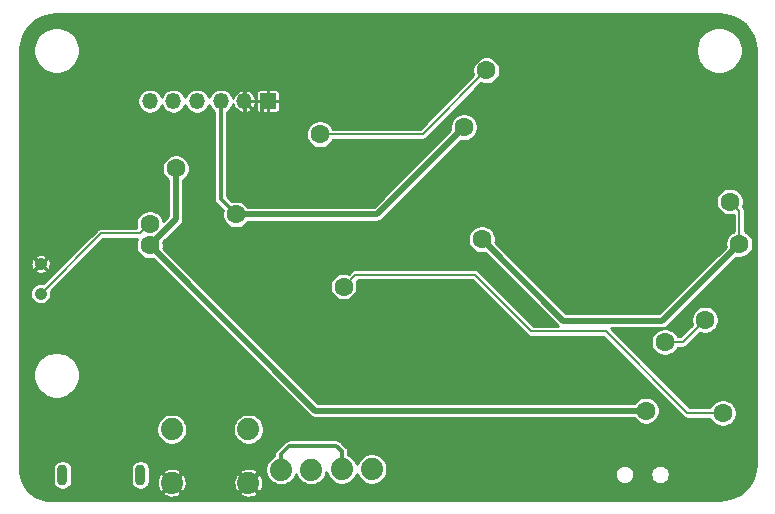
<source format=gbr>
%TF.GenerationSoftware,KiCad,Pcbnew,(5.1.9)-1*%
%TF.CreationDate,2021-01-19T18:40:37+01:00*%
%TF.ProjectId,Track-your-cat,54726163-6b2d-4796-9f75-722d6361742e,1*%
%TF.SameCoordinates,Original*%
%TF.FileFunction,Copper,L2,Bot*%
%TF.FilePolarity,Positive*%
%FSLAX46Y46*%
G04 Gerber Fmt 4.6, Leading zero omitted, Abs format (unit mm)*
G04 Created by KiCad (PCBNEW (5.1.9)-1) date 2021-01-19 18:40:37*
%MOMM*%
%LPD*%
G01*
G04 APERTURE LIST*
%TA.AperFunction,ComponentPad*%
%ADD10C,1.879600*%
%TD*%
%TA.AperFunction,ComponentPad*%
%ADD11C,1.050000*%
%TD*%
%TA.AperFunction,ComponentPad*%
%ADD12R,1.350000X1.350000*%
%TD*%
%TA.AperFunction,ComponentPad*%
%ADD13O,1.350000X1.350000*%
%TD*%
%TA.AperFunction,ComponentPad*%
%ADD14O,0.900000X1.800000*%
%TD*%
%TA.AperFunction,ViaPad*%
%ADD15C,1.600000*%
%TD*%
%TA.AperFunction,Conductor*%
%ADD16C,0.350000*%
%TD*%
%TA.AperFunction,Conductor*%
%ADD17C,0.500000*%
%TD*%
%TA.AperFunction,Conductor*%
%ADD18C,0.200000*%
%TD*%
%TA.AperFunction,Conductor*%
%ADD19C,0.254000*%
%TD*%
%TA.AperFunction,Conductor*%
%ADD20C,0.100000*%
%TD*%
G04 APERTURE END LIST*
D10*
%TO.P,D2,2*%
%TO.N,Net-(D2-Pad2)*%
X70800000Y-111250000D03*
%TO.P,D2,1*%
%TO.N,Net-(D1-Pad1)*%
X68260000Y-111250000D03*
%TD*%
%TO.P,D1,1*%
%TO.N,Net-(D1-Pad1)*%
X63100000Y-111300000D03*
%TO.P,D1,2*%
%TO.N,Net-(D1-Pad2)*%
X65640000Y-111300000D03*
%TD*%
%TO.P,SW2,1*%
%TO.N,Net-(D1-Pad1)*%
X53848800Y-107878800D03*
%TO.P,SW2,2*%
X60351200Y-107878800D03*
%TO.P,SW2,3*%
%TO.N,Bat-*%
X53848800Y-112400000D03*
%TO.P,SW2,4*%
X60351200Y-112400000D03*
%TD*%
D11*
%TO.P,TH1,2*%
%TO.N,Bat-*%
X42750000Y-93900000D03*
%TO.P,TH1,1*%
%TO.N,TSense*%
X42750000Y-96400000D03*
%TD*%
D12*
%TO.P,FTDI1,1*%
%TO.N,Bat-*%
X62000000Y-80100000D03*
D13*
%TO.P,FTDI1,2*%
X60000000Y-80100000D03*
%TO.P,FTDI1,3*%
%TO.N,+3V3*%
X58000000Y-80100000D03*
%TO.P,FTDI1,4*%
%TO.N,RX*%
X56000000Y-80100000D03*
%TO.P,FTDI1,5*%
%TO.N,TX*%
X54000000Y-80100000D03*
%TO.P,FTDI1,6*%
%TO.N,DTR*%
X52000000Y-80100000D03*
%TD*%
D14*
%TO.P,J2,S6*%
%TO.N,Net-(J2-PadS1)*%
X51200000Y-111750000D03*
%TO.P,J2,S5*%
X44600000Y-111750000D03*
%TD*%
D15*
%TO.N,+3V3*%
X59300000Y-89700000D03*
X78600000Y-82300000D03*
%TO.N,Bat-*%
X96500000Y-83500000D03*
X89814000Y-97100000D03*
X94284400Y-97100000D03*
X89814000Y-83500000D03*
X94284400Y-83500000D03*
X79500000Y-84000000D03*
X61500000Y-85500000D03*
X77300000Y-97500000D03*
X74100000Y-108200000D03*
X68700000Y-102700000D03*
%TO.N,Bat+*%
X94000000Y-106300000D03*
X52000000Y-92300000D03*
X54200000Y-85800000D03*
%TO.N,+1V8*%
X101100000Y-88600000D03*
X101900000Y-92200000D03*
X80100000Y-91800000D03*
%TO.N,GPS_ON*%
X68400000Y-95800000D03*
X100500000Y-106500000D03*
%TO.N,INT*%
X80500000Y-77500000D03*
X66400000Y-82900020D03*
%TO.N,TSense*%
X52000000Y-90499997D03*
%TO.N,Power_in*%
X95600000Y-100500000D03*
X99000000Y-98600000D03*
%TD*%
D16*
%TO.N,+3V3*%
X58000000Y-88400000D02*
X59300000Y-89700000D01*
X58000000Y-80100000D02*
X58000000Y-88400000D01*
D17*
X71200000Y-89700000D02*
X78600000Y-82300000D01*
X59300000Y-89700000D02*
X71200000Y-89700000D01*
D16*
%TO.N,Bat-*%
X79500000Y-84000000D02*
X80100000Y-83400000D01*
X80100000Y-83400000D02*
X80100000Y-81600000D01*
X80100000Y-81600000D02*
X79624999Y-81124999D01*
X79624999Y-81124999D02*
X79400000Y-80900000D01*
X79400000Y-80900000D02*
X78100000Y-80900000D01*
X78100000Y-80900000D02*
X76500000Y-82500000D01*
X73500000Y-85500000D02*
X61500000Y-85500000D01*
X76500000Y-82500000D02*
X73500000Y-85500000D01*
X61500000Y-80600000D02*
X62000000Y-80100000D01*
X61500000Y-81600000D02*
X61500000Y-81900000D01*
X60000000Y-80100000D02*
X61500000Y-81600000D01*
X61500000Y-81900000D02*
X61500000Y-80600000D01*
X61500000Y-85500000D02*
X61500000Y-81900000D01*
D17*
%TO.N,Bat+*%
X52000000Y-92300000D02*
X66000000Y-106300000D01*
X54200000Y-90100000D02*
X54200000Y-85800000D01*
X52000000Y-92300000D02*
X54200000Y-90100000D01*
X94000000Y-106300000D02*
X66000000Y-106300000D01*
D18*
%TO.N,+1V8*%
X101900000Y-89400000D02*
X101900000Y-92200000D01*
X101100000Y-88600000D02*
X101900000Y-89400000D01*
D16*
X80500000Y-92200000D02*
X80100000Y-91800000D01*
D17*
X87000000Y-98700000D02*
X80100000Y-91800000D01*
X95400000Y-98700000D02*
X87000000Y-98700000D01*
X101900000Y-92200000D02*
X95400000Y-98700000D01*
D16*
%TO.N,Net-(D1-Pad1)*%
X68260000Y-109760000D02*
X68260000Y-111250000D01*
X67800000Y-109300000D02*
X68260000Y-109760000D01*
X63800000Y-109300000D02*
X67800000Y-109300000D01*
X63100000Y-110000000D02*
X63800000Y-109300000D01*
X63100000Y-111300000D02*
X63100000Y-110000000D01*
D18*
%TO.N,GPS_ON*%
X69400000Y-94800000D02*
X68400000Y-95800000D01*
X79499998Y-94800000D02*
X69400000Y-94800000D01*
X84300000Y-99600000D02*
X79499998Y-94800000D01*
X90600000Y-99600000D02*
X84300000Y-99600000D01*
X97500000Y-106500000D02*
X90600000Y-99600000D01*
X100500000Y-106500000D02*
X97500000Y-106500000D01*
%TO.N,INT*%
X75099980Y-82900020D02*
X66400000Y-82900020D01*
X80500000Y-77500000D02*
X75099980Y-82900020D01*
%TO.N,TSense*%
X47850004Y-91299996D02*
X42750000Y-96400000D01*
X51200001Y-91299996D02*
X47850004Y-91299996D01*
X52000000Y-90499997D02*
X51200001Y-91299996D01*
%TO.N,Power_in*%
X97100000Y-100500000D02*
X99000000Y-98600000D01*
X95600000Y-100500000D02*
X97100000Y-100500000D01*
%TD*%
D19*
%TO.N,Bat-*%
X100800580Y-72766834D02*
X101378288Y-72941255D01*
X101911118Y-73224566D01*
X102378770Y-73605972D01*
X102763429Y-74070946D01*
X103050450Y-74601781D01*
X103228898Y-75178255D01*
X103293989Y-75797545D01*
X103294001Y-75801124D01*
X103294000Y-110780146D01*
X103233166Y-111400580D01*
X103058745Y-111978290D01*
X102775434Y-112511118D01*
X102394032Y-112978765D01*
X101929057Y-113363427D01*
X101398222Y-113650449D01*
X100821745Y-113828898D01*
X100202455Y-113893989D01*
X100199163Y-113894000D01*
X43734083Y-113894000D01*
X43731734Y-113893582D01*
X43726079Y-113893177D01*
X43181522Y-113858050D01*
X42692633Y-113728049D01*
X42238303Y-113505565D01*
X41913743Y-113258398D01*
X53022929Y-113258398D01*
X53119320Y-113443173D01*
X53336850Y-113565443D01*
X53574054Y-113642925D01*
X53821815Y-113672644D01*
X54070614Y-113653455D01*
X54310889Y-113586096D01*
X54533407Y-113473156D01*
X54578280Y-113443173D01*
X54674671Y-113258398D01*
X59525329Y-113258398D01*
X59621720Y-113443173D01*
X59839250Y-113565443D01*
X60076454Y-113642925D01*
X60324215Y-113672644D01*
X60573014Y-113653455D01*
X60813289Y-113586096D01*
X61035807Y-113473156D01*
X61080680Y-113443173D01*
X61177071Y-113258398D01*
X60351200Y-112432527D01*
X59525329Y-113258398D01*
X54674671Y-113258398D01*
X53848800Y-112432527D01*
X53022929Y-113258398D01*
X41913743Y-113258398D01*
X41835836Y-113199069D01*
X41500572Y-112820245D01*
X41245270Y-112383508D01*
X41079662Y-111905507D01*
X41007871Y-111388741D01*
X41006000Y-111295888D01*
X41006000Y-111259186D01*
X43769000Y-111259186D01*
X43769000Y-112240815D01*
X43781026Y-112362904D01*
X43828543Y-112519548D01*
X43905707Y-112663912D01*
X44009553Y-112790448D01*
X44136089Y-112894294D01*
X44280453Y-112971458D01*
X44437097Y-113018975D01*
X44600000Y-113035020D01*
X44762904Y-113018975D01*
X44919548Y-112971458D01*
X45063912Y-112894294D01*
X45190448Y-112790448D01*
X45294294Y-112663912D01*
X45371458Y-112519548D01*
X45418975Y-112362904D01*
X45431000Y-112240815D01*
X45431000Y-111259186D01*
X50369000Y-111259186D01*
X50369000Y-112240815D01*
X50381026Y-112362904D01*
X50428543Y-112519548D01*
X50505707Y-112663912D01*
X50609553Y-112790448D01*
X50736089Y-112894294D01*
X50880453Y-112971458D01*
X51037097Y-113018975D01*
X51200000Y-113035020D01*
X51362904Y-113018975D01*
X51519548Y-112971458D01*
X51663912Y-112894294D01*
X51790448Y-112790448D01*
X51894294Y-112663912D01*
X51971458Y-112519548D01*
X52015907Y-112373015D01*
X52576156Y-112373015D01*
X52595345Y-112621814D01*
X52662704Y-112862089D01*
X52775644Y-113084607D01*
X52805627Y-113129480D01*
X52990402Y-113225871D01*
X53816273Y-112400000D01*
X53881327Y-112400000D01*
X54707198Y-113225871D01*
X54891973Y-113129480D01*
X55014243Y-112911950D01*
X55091725Y-112674746D01*
X55121444Y-112426985D01*
X55117282Y-112373015D01*
X59078556Y-112373015D01*
X59097745Y-112621814D01*
X59165104Y-112862089D01*
X59278044Y-113084607D01*
X59308027Y-113129480D01*
X59492802Y-113225871D01*
X60318673Y-112400000D01*
X60383727Y-112400000D01*
X61209598Y-113225871D01*
X61394373Y-113129480D01*
X61516643Y-112911950D01*
X61594125Y-112674746D01*
X61623844Y-112426985D01*
X61604655Y-112178186D01*
X61537296Y-111937911D01*
X61424356Y-111715393D01*
X61394373Y-111670520D01*
X61209598Y-111574129D01*
X60383727Y-112400000D01*
X60318673Y-112400000D01*
X59492802Y-111574129D01*
X59308027Y-111670520D01*
X59185757Y-111888050D01*
X59108275Y-112125254D01*
X59078556Y-112373015D01*
X55117282Y-112373015D01*
X55102255Y-112178186D01*
X55034896Y-111937911D01*
X54921956Y-111715393D01*
X54891973Y-111670520D01*
X54707198Y-111574129D01*
X53881327Y-112400000D01*
X53816273Y-112400000D01*
X52990402Y-111574129D01*
X52805627Y-111670520D01*
X52683357Y-111888050D01*
X52605875Y-112125254D01*
X52576156Y-112373015D01*
X52015907Y-112373015D01*
X52018975Y-112362904D01*
X52031000Y-112240815D01*
X52031000Y-111541602D01*
X53022929Y-111541602D01*
X53848800Y-112367473D01*
X54674671Y-111541602D01*
X59525329Y-111541602D01*
X60351200Y-112367473D01*
X61177071Y-111541602D01*
X61080680Y-111356827D01*
X60863150Y-111234557D01*
X60665249Y-111169913D01*
X61779200Y-111169913D01*
X61779200Y-111430087D01*
X61829957Y-111685263D01*
X61929522Y-111925634D01*
X62074067Y-112141961D01*
X62258039Y-112325933D01*
X62474366Y-112470478D01*
X62714737Y-112570043D01*
X62969913Y-112620800D01*
X63230087Y-112620800D01*
X63485263Y-112570043D01*
X63725634Y-112470478D01*
X63941961Y-112325933D01*
X64125933Y-112141961D01*
X64270478Y-111925634D01*
X64370000Y-111685367D01*
X64469522Y-111925634D01*
X64614067Y-112141961D01*
X64798039Y-112325933D01*
X65014366Y-112470478D01*
X65254737Y-112570043D01*
X65509913Y-112620800D01*
X65770087Y-112620800D01*
X66025263Y-112570043D01*
X66265634Y-112470478D01*
X66481961Y-112325933D01*
X66665933Y-112141961D01*
X66810478Y-111925634D01*
X66910043Y-111685263D01*
X66954973Y-111459383D01*
X66989957Y-111635263D01*
X67089522Y-111875634D01*
X67234067Y-112091961D01*
X67418039Y-112275933D01*
X67634366Y-112420478D01*
X67874737Y-112520043D01*
X68129913Y-112570800D01*
X68390087Y-112570800D01*
X68645263Y-112520043D01*
X68885634Y-112420478D01*
X69101961Y-112275933D01*
X69285933Y-112091961D01*
X69430478Y-111875634D01*
X69530000Y-111635367D01*
X69629522Y-111875634D01*
X69774067Y-112091961D01*
X69958039Y-112275933D01*
X70174366Y-112420478D01*
X70414737Y-112520043D01*
X70669913Y-112570800D01*
X70930087Y-112570800D01*
X71185263Y-112520043D01*
X71425634Y-112420478D01*
X71641961Y-112275933D01*
X71825933Y-112091961D01*
X71970478Y-111875634D01*
X72070043Y-111635263D01*
X72073446Y-111618154D01*
X91369000Y-111618154D01*
X91369000Y-111781846D01*
X91400935Y-111942394D01*
X91463577Y-112093626D01*
X91554520Y-112229732D01*
X91670268Y-112345480D01*
X91806374Y-112436423D01*
X91957606Y-112499065D01*
X92118154Y-112531000D01*
X92281846Y-112531000D01*
X92442394Y-112499065D01*
X92593626Y-112436423D01*
X92729732Y-112345480D01*
X92845480Y-112229732D01*
X92936423Y-112093626D01*
X92999065Y-111942394D01*
X93031000Y-111781846D01*
X93031000Y-111618154D01*
X94369000Y-111618154D01*
X94369000Y-111781846D01*
X94400935Y-111942394D01*
X94463577Y-112093626D01*
X94554520Y-112229732D01*
X94670268Y-112345480D01*
X94806374Y-112436423D01*
X94957606Y-112499065D01*
X95118154Y-112531000D01*
X95281846Y-112531000D01*
X95442394Y-112499065D01*
X95593626Y-112436423D01*
X95729732Y-112345480D01*
X95845480Y-112229732D01*
X95936423Y-112093626D01*
X95999065Y-111942394D01*
X96031000Y-111781846D01*
X96031000Y-111618154D01*
X95999065Y-111457606D01*
X95936423Y-111306374D01*
X95845480Y-111170268D01*
X95729732Y-111054520D01*
X95593626Y-110963577D01*
X95442394Y-110900935D01*
X95281846Y-110869000D01*
X95118154Y-110869000D01*
X94957606Y-110900935D01*
X94806374Y-110963577D01*
X94670268Y-111054520D01*
X94554520Y-111170268D01*
X94463577Y-111306374D01*
X94400935Y-111457606D01*
X94369000Y-111618154D01*
X93031000Y-111618154D01*
X92999065Y-111457606D01*
X92936423Y-111306374D01*
X92845480Y-111170268D01*
X92729732Y-111054520D01*
X92593626Y-110963577D01*
X92442394Y-110900935D01*
X92281846Y-110869000D01*
X92118154Y-110869000D01*
X91957606Y-110900935D01*
X91806374Y-110963577D01*
X91670268Y-111054520D01*
X91554520Y-111170268D01*
X91463577Y-111306374D01*
X91400935Y-111457606D01*
X91369000Y-111618154D01*
X72073446Y-111618154D01*
X72120800Y-111380087D01*
X72120800Y-111119913D01*
X72070043Y-110864737D01*
X71970478Y-110624366D01*
X71825933Y-110408039D01*
X71641961Y-110224067D01*
X71425634Y-110079522D01*
X71185263Y-109979957D01*
X70930087Y-109929200D01*
X70669913Y-109929200D01*
X70414737Y-109979957D01*
X70174366Y-110079522D01*
X69958039Y-110224067D01*
X69774067Y-110408039D01*
X69629522Y-110624366D01*
X69530000Y-110864633D01*
X69430478Y-110624366D01*
X69285933Y-110408039D01*
X69101961Y-110224067D01*
X68885634Y-110079522D01*
X68816000Y-110050679D01*
X68816000Y-109787304D01*
X68818689Y-109759999D01*
X68816000Y-109732694D01*
X68816000Y-109732688D01*
X68807955Y-109651005D01*
X68776162Y-109546199D01*
X68724534Y-109449608D01*
X68691192Y-109408981D01*
X68672463Y-109386160D01*
X68672460Y-109386157D01*
X68655053Y-109364947D01*
X68633842Y-109347539D01*
X68212468Y-108926167D01*
X68195053Y-108904947D01*
X68110392Y-108835466D01*
X68013801Y-108783838D01*
X67908995Y-108752045D01*
X67827312Y-108744000D01*
X67827304Y-108744000D01*
X67800000Y-108741311D01*
X67772696Y-108744000D01*
X63827296Y-108744000D01*
X63799999Y-108741312D01*
X63772702Y-108744000D01*
X63772688Y-108744000D01*
X63696446Y-108751509D01*
X63691004Y-108752045D01*
X63659211Y-108761690D01*
X63586199Y-108783838D01*
X63489608Y-108835466D01*
X63448981Y-108868808D01*
X63426160Y-108887537D01*
X63426157Y-108887540D01*
X63404947Y-108904947D01*
X63387540Y-108926157D01*
X62726163Y-109587536D01*
X62704948Y-109604947D01*
X62635467Y-109689608D01*
X62632557Y-109695053D01*
X62583839Y-109786199D01*
X62552045Y-109891006D01*
X62541311Y-110000000D01*
X62544001Y-110027314D01*
X62544001Y-110100678D01*
X62474366Y-110129522D01*
X62258039Y-110274067D01*
X62074067Y-110458039D01*
X61929522Y-110674366D01*
X61829957Y-110914737D01*
X61779200Y-111169913D01*
X60665249Y-111169913D01*
X60625946Y-111157075D01*
X60378185Y-111127356D01*
X60129386Y-111146545D01*
X59889111Y-111213904D01*
X59666593Y-111326844D01*
X59621720Y-111356827D01*
X59525329Y-111541602D01*
X54674671Y-111541602D01*
X54578280Y-111356827D01*
X54360750Y-111234557D01*
X54123546Y-111157075D01*
X53875785Y-111127356D01*
X53626986Y-111146545D01*
X53386711Y-111213904D01*
X53164193Y-111326844D01*
X53119320Y-111356827D01*
X53022929Y-111541602D01*
X52031000Y-111541602D01*
X52031000Y-111259185D01*
X52018975Y-111137096D01*
X51971458Y-110980452D01*
X51894294Y-110836088D01*
X51790448Y-110709552D01*
X51663911Y-110605706D01*
X51519547Y-110528542D01*
X51362903Y-110481025D01*
X51200000Y-110464980D01*
X51037096Y-110481025D01*
X50880452Y-110528542D01*
X50736088Y-110605706D01*
X50609552Y-110709552D01*
X50505706Y-110836089D01*
X50428542Y-110980453D01*
X50381025Y-111137097D01*
X50369000Y-111259186D01*
X45431000Y-111259186D01*
X45431000Y-111259185D01*
X45418975Y-111137096D01*
X45371458Y-110980452D01*
X45294294Y-110836088D01*
X45190448Y-110709552D01*
X45063911Y-110605706D01*
X44919547Y-110528542D01*
X44762903Y-110481025D01*
X44600000Y-110464980D01*
X44437096Y-110481025D01*
X44280452Y-110528542D01*
X44136088Y-110605706D01*
X44009552Y-110709552D01*
X43905706Y-110836089D01*
X43828542Y-110980453D01*
X43781025Y-111137097D01*
X43769000Y-111259186D01*
X41006000Y-111259186D01*
X41006000Y-107748713D01*
X52528000Y-107748713D01*
X52528000Y-108008887D01*
X52578757Y-108264063D01*
X52678322Y-108504434D01*
X52822867Y-108720761D01*
X53006839Y-108904733D01*
X53223166Y-109049278D01*
X53463537Y-109148843D01*
X53718713Y-109199600D01*
X53978887Y-109199600D01*
X54234063Y-109148843D01*
X54474434Y-109049278D01*
X54690761Y-108904733D01*
X54874733Y-108720761D01*
X55019278Y-108504434D01*
X55118843Y-108264063D01*
X55169600Y-108008887D01*
X55169600Y-107748713D01*
X59030400Y-107748713D01*
X59030400Y-108008887D01*
X59081157Y-108264063D01*
X59180722Y-108504434D01*
X59325267Y-108720761D01*
X59509239Y-108904733D01*
X59725566Y-109049278D01*
X59965937Y-109148843D01*
X60221113Y-109199600D01*
X60481287Y-109199600D01*
X60736463Y-109148843D01*
X60976834Y-109049278D01*
X61193161Y-108904733D01*
X61377133Y-108720761D01*
X61521678Y-108504434D01*
X61621243Y-108264063D01*
X61672000Y-108008887D01*
X61672000Y-107748713D01*
X61621243Y-107493537D01*
X61521678Y-107253166D01*
X61377133Y-107036839D01*
X61193161Y-106852867D01*
X60976834Y-106708322D01*
X60736463Y-106608757D01*
X60481287Y-106558000D01*
X60221113Y-106558000D01*
X59965937Y-106608757D01*
X59725566Y-106708322D01*
X59509239Y-106852867D01*
X59325267Y-107036839D01*
X59180722Y-107253166D01*
X59081157Y-107493537D01*
X59030400Y-107748713D01*
X55169600Y-107748713D01*
X55118843Y-107493537D01*
X55019278Y-107253166D01*
X54874733Y-107036839D01*
X54690761Y-106852867D01*
X54474434Y-106708322D01*
X54234063Y-106608757D01*
X53978887Y-106558000D01*
X53718713Y-106558000D01*
X53463537Y-106608757D01*
X53223166Y-106708322D01*
X53006839Y-106852867D01*
X52822867Y-107036839D01*
X52678322Y-107253166D01*
X52578757Y-107493537D01*
X52528000Y-107748713D01*
X41006000Y-107748713D01*
X41006000Y-103104889D01*
X42119000Y-103104889D01*
X42119000Y-103495111D01*
X42195129Y-103877836D01*
X42344461Y-104238355D01*
X42561257Y-104562814D01*
X42837186Y-104838743D01*
X43161645Y-105055539D01*
X43522164Y-105204871D01*
X43904889Y-105281000D01*
X44295111Y-105281000D01*
X44677836Y-105204871D01*
X45038355Y-105055539D01*
X45362814Y-104838743D01*
X45638743Y-104562814D01*
X45855539Y-104238355D01*
X46004871Y-103877836D01*
X46081000Y-103495111D01*
X46081000Y-103104889D01*
X46004871Y-102722164D01*
X45855539Y-102361645D01*
X45638743Y-102037186D01*
X45362814Y-101761257D01*
X45038355Y-101544461D01*
X44677836Y-101395129D01*
X44295111Y-101319000D01*
X43904889Y-101319000D01*
X43522164Y-101395129D01*
X43161645Y-101544461D01*
X42837186Y-101761257D01*
X42561257Y-102037186D01*
X42344461Y-102361645D01*
X42195129Y-102722164D01*
X42119000Y-103104889D01*
X41006000Y-103104889D01*
X41006000Y-96310767D01*
X41844000Y-96310767D01*
X41844000Y-96489233D01*
X41878817Y-96664271D01*
X41947113Y-96829152D01*
X42046264Y-96977541D01*
X42172459Y-97103736D01*
X42320848Y-97202887D01*
X42485729Y-97271183D01*
X42660767Y-97306000D01*
X42839233Y-97306000D01*
X43014271Y-97271183D01*
X43179152Y-97202887D01*
X43327541Y-97103736D01*
X43453736Y-96977541D01*
X43552887Y-96829152D01*
X43621183Y-96664271D01*
X43656000Y-96489233D01*
X43656000Y-96310767D01*
X43633348Y-96196888D01*
X48049241Y-91780996D01*
X50936674Y-91780996D01*
X50864386Y-91955515D01*
X50819000Y-92183682D01*
X50819000Y-92416318D01*
X50864386Y-92644485D01*
X50953412Y-92859413D01*
X51082658Y-93052843D01*
X51247157Y-93217342D01*
X51440587Y-93346588D01*
X51655515Y-93435614D01*
X51883682Y-93481000D01*
X52116318Y-93481000D01*
X52260043Y-93452411D01*
X65531899Y-106724268D01*
X65551657Y-106748343D01*
X65647739Y-106827196D01*
X65757358Y-106885789D01*
X65876302Y-106921870D01*
X65969002Y-106931000D01*
X65969009Y-106931000D01*
X66000000Y-106934052D01*
X66030990Y-106931000D01*
X93001245Y-106931000D01*
X93082658Y-107052843D01*
X93247157Y-107217342D01*
X93440587Y-107346588D01*
X93655515Y-107435614D01*
X93883682Y-107481000D01*
X94116318Y-107481000D01*
X94344485Y-107435614D01*
X94559413Y-107346588D01*
X94752843Y-107217342D01*
X94917342Y-107052843D01*
X95046588Y-106859413D01*
X95135614Y-106644485D01*
X95181000Y-106416318D01*
X95181000Y-106183682D01*
X95135614Y-105955515D01*
X95046588Y-105740587D01*
X94917342Y-105547157D01*
X94752843Y-105382658D01*
X94559413Y-105253412D01*
X94344485Y-105164386D01*
X94116318Y-105119000D01*
X93883682Y-105119000D01*
X93655515Y-105164386D01*
X93440587Y-105253412D01*
X93247157Y-105382658D01*
X93082658Y-105547157D01*
X93001245Y-105669000D01*
X66261369Y-105669000D01*
X56276051Y-95683682D01*
X67219000Y-95683682D01*
X67219000Y-95916318D01*
X67264386Y-96144485D01*
X67353412Y-96359413D01*
X67482658Y-96552843D01*
X67647157Y-96717342D01*
X67840587Y-96846588D01*
X68055515Y-96935614D01*
X68283682Y-96981000D01*
X68516318Y-96981000D01*
X68744485Y-96935614D01*
X68959413Y-96846588D01*
X69152843Y-96717342D01*
X69317342Y-96552843D01*
X69446588Y-96359413D01*
X69535614Y-96144485D01*
X69581000Y-95916318D01*
X69581000Y-95683682D01*
X69535614Y-95455515D01*
X69503134Y-95377102D01*
X69599236Y-95281000D01*
X79300762Y-95281000D01*
X83943170Y-99923406D01*
X83958236Y-99941764D01*
X84031478Y-100001872D01*
X84076544Y-100025960D01*
X84115038Y-100046536D01*
X84205707Y-100074040D01*
X84300000Y-100083327D01*
X84323627Y-100081000D01*
X90400764Y-100081000D01*
X97143170Y-106823406D01*
X97158236Y-106841764D01*
X97231478Y-106901872D01*
X97268892Y-106921870D01*
X97315038Y-106946536D01*
X97405707Y-106974040D01*
X97500000Y-106983327D01*
X97523626Y-106981000D01*
X99420932Y-106981000D01*
X99453412Y-107059413D01*
X99582658Y-107252843D01*
X99747157Y-107417342D01*
X99940587Y-107546588D01*
X100155515Y-107635614D01*
X100383682Y-107681000D01*
X100616318Y-107681000D01*
X100844485Y-107635614D01*
X101059413Y-107546588D01*
X101252843Y-107417342D01*
X101417342Y-107252843D01*
X101546588Y-107059413D01*
X101635614Y-106844485D01*
X101681000Y-106616318D01*
X101681000Y-106383682D01*
X101635614Y-106155515D01*
X101546588Y-105940587D01*
X101417342Y-105747157D01*
X101252843Y-105582658D01*
X101059413Y-105453412D01*
X100844485Y-105364386D01*
X100616318Y-105319000D01*
X100383682Y-105319000D01*
X100155515Y-105364386D01*
X99940587Y-105453412D01*
X99747157Y-105582658D01*
X99582658Y-105747157D01*
X99453412Y-105940587D01*
X99420932Y-106019000D01*
X97699236Y-106019000D01*
X91011236Y-99331000D01*
X95369010Y-99331000D01*
X95400000Y-99334052D01*
X95415868Y-99332489D01*
X95255515Y-99364386D01*
X95040587Y-99453412D01*
X94847157Y-99582658D01*
X94682658Y-99747157D01*
X94553412Y-99940587D01*
X94464386Y-100155515D01*
X94419000Y-100383682D01*
X94419000Y-100616318D01*
X94464386Y-100844485D01*
X94553412Y-101059413D01*
X94682658Y-101252843D01*
X94847157Y-101417342D01*
X95040587Y-101546588D01*
X95255515Y-101635614D01*
X95483682Y-101681000D01*
X95716318Y-101681000D01*
X95944485Y-101635614D01*
X96159413Y-101546588D01*
X96352843Y-101417342D01*
X96517342Y-101252843D01*
X96646588Y-101059413D01*
X96679068Y-100981000D01*
X97076374Y-100981000D01*
X97100000Y-100983327D01*
X97123626Y-100981000D01*
X97194292Y-100974040D01*
X97284961Y-100946536D01*
X97368522Y-100901872D01*
X97441764Y-100841764D01*
X97456830Y-100823406D01*
X98577102Y-99703134D01*
X98655515Y-99735614D01*
X98883682Y-99781000D01*
X99116318Y-99781000D01*
X99344485Y-99735614D01*
X99559413Y-99646588D01*
X99752843Y-99517342D01*
X99917342Y-99352843D01*
X100046588Y-99159413D01*
X100135614Y-98944485D01*
X100181000Y-98716318D01*
X100181000Y-98483682D01*
X100135614Y-98255515D01*
X100046588Y-98040587D01*
X99917342Y-97847157D01*
X99752843Y-97682658D01*
X99559413Y-97553412D01*
X99344485Y-97464386D01*
X99116318Y-97419000D01*
X98883682Y-97419000D01*
X98655515Y-97464386D01*
X98440587Y-97553412D01*
X98247157Y-97682658D01*
X98082658Y-97847157D01*
X97953412Y-98040587D01*
X97864386Y-98255515D01*
X97819000Y-98483682D01*
X97819000Y-98716318D01*
X97864386Y-98944485D01*
X97896866Y-99022898D01*
X96900764Y-100019000D01*
X96679068Y-100019000D01*
X96646588Y-99940587D01*
X96517342Y-99747157D01*
X96352843Y-99582658D01*
X96159413Y-99453412D01*
X95944485Y-99364386D01*
X95716318Y-99319000D01*
X95533159Y-99319000D01*
X95642642Y-99285789D01*
X95752261Y-99227196D01*
X95848343Y-99148343D01*
X95868105Y-99124263D01*
X101639958Y-93352411D01*
X101783682Y-93381000D01*
X102016318Y-93381000D01*
X102244485Y-93335614D01*
X102459413Y-93246588D01*
X102652843Y-93117342D01*
X102817342Y-92952843D01*
X102946588Y-92759413D01*
X103035614Y-92544485D01*
X103081000Y-92316318D01*
X103081000Y-92083682D01*
X103035614Y-91855515D01*
X102946588Y-91640587D01*
X102817342Y-91447157D01*
X102652843Y-91282658D01*
X102459413Y-91153412D01*
X102381000Y-91120932D01*
X102381000Y-89423626D01*
X102383327Y-89400000D01*
X102374040Y-89305707D01*
X102346536Y-89215040D01*
X102346536Y-89215039D01*
X102301872Y-89131478D01*
X102241764Y-89058236D01*
X102223411Y-89043174D01*
X102203134Y-89022898D01*
X102235614Y-88944485D01*
X102281000Y-88716318D01*
X102281000Y-88483682D01*
X102235614Y-88255515D01*
X102146588Y-88040587D01*
X102017342Y-87847157D01*
X101852843Y-87682658D01*
X101659413Y-87553412D01*
X101444485Y-87464386D01*
X101216318Y-87419000D01*
X100983682Y-87419000D01*
X100755515Y-87464386D01*
X100540587Y-87553412D01*
X100347157Y-87682658D01*
X100182658Y-87847157D01*
X100053412Y-88040587D01*
X99964386Y-88255515D01*
X99919000Y-88483682D01*
X99919000Y-88716318D01*
X99964386Y-88944485D01*
X100053412Y-89159413D01*
X100182658Y-89352843D01*
X100347157Y-89517342D01*
X100540587Y-89646588D01*
X100755515Y-89735614D01*
X100983682Y-89781000D01*
X101216318Y-89781000D01*
X101419000Y-89740683D01*
X101419001Y-91120932D01*
X101340587Y-91153412D01*
X101147157Y-91282658D01*
X100982658Y-91447157D01*
X100853412Y-91640587D01*
X100764386Y-91855515D01*
X100719000Y-92083682D01*
X100719000Y-92316318D01*
X100747589Y-92460042D01*
X95138632Y-98069000D01*
X87261369Y-98069000D01*
X81252411Y-92060043D01*
X81281000Y-91916318D01*
X81281000Y-91683682D01*
X81235614Y-91455515D01*
X81146588Y-91240587D01*
X81017342Y-91047157D01*
X80852843Y-90882658D01*
X80659413Y-90753412D01*
X80444485Y-90664386D01*
X80216318Y-90619000D01*
X79983682Y-90619000D01*
X79755515Y-90664386D01*
X79540587Y-90753412D01*
X79347157Y-90882658D01*
X79182658Y-91047157D01*
X79053412Y-91240587D01*
X78964386Y-91455515D01*
X78919000Y-91683682D01*
X78919000Y-91916318D01*
X78964386Y-92144485D01*
X79053412Y-92359413D01*
X79182658Y-92552843D01*
X79347157Y-92717342D01*
X79540587Y-92846588D01*
X79755515Y-92935614D01*
X79983682Y-92981000D01*
X80216318Y-92981000D01*
X80360043Y-92952411D01*
X86526631Y-99119000D01*
X84499236Y-99119000D01*
X79856828Y-94476594D01*
X79841762Y-94458236D01*
X79768520Y-94398128D01*
X79684959Y-94353464D01*
X79594290Y-94325960D01*
X79523624Y-94319000D01*
X79499998Y-94316673D01*
X79476372Y-94319000D01*
X69423626Y-94319000D01*
X69400000Y-94316673D01*
X69305707Y-94325960D01*
X69215038Y-94353464D01*
X69190143Y-94366771D01*
X69131478Y-94398128D01*
X69058236Y-94458236D01*
X69043170Y-94476594D01*
X68822898Y-94696866D01*
X68744485Y-94664386D01*
X68516318Y-94619000D01*
X68283682Y-94619000D01*
X68055515Y-94664386D01*
X67840587Y-94753412D01*
X67647157Y-94882658D01*
X67482658Y-95047157D01*
X67353412Y-95240587D01*
X67264386Y-95455515D01*
X67219000Y-95683682D01*
X56276051Y-95683682D01*
X53152411Y-92560043D01*
X53181000Y-92416318D01*
X53181000Y-92183682D01*
X53152411Y-92039957D01*
X54624269Y-90568100D01*
X54648343Y-90548343D01*
X54727196Y-90452261D01*
X54785789Y-90342642D01*
X54821870Y-90223698D01*
X54831000Y-90130998D01*
X54831000Y-90130991D01*
X54834052Y-90100000D01*
X54831000Y-90069010D01*
X54831000Y-86798755D01*
X54952843Y-86717342D01*
X55117342Y-86552843D01*
X55246588Y-86359413D01*
X55335614Y-86144485D01*
X55381000Y-85916318D01*
X55381000Y-85683682D01*
X55335614Y-85455515D01*
X55246588Y-85240587D01*
X55117342Y-85047157D01*
X54952843Y-84882658D01*
X54759413Y-84753412D01*
X54544485Y-84664386D01*
X54316318Y-84619000D01*
X54083682Y-84619000D01*
X53855515Y-84664386D01*
X53640587Y-84753412D01*
X53447157Y-84882658D01*
X53282658Y-85047157D01*
X53153412Y-85240587D01*
X53064386Y-85455515D01*
X53019000Y-85683682D01*
X53019000Y-85916318D01*
X53064386Y-86144485D01*
X53153412Y-86359413D01*
X53282658Y-86552843D01*
X53447157Y-86717342D01*
X53569001Y-86798756D01*
X53569000Y-89838631D01*
X53154944Y-90252688D01*
X53135614Y-90155512D01*
X53046588Y-89940584D01*
X52917342Y-89747154D01*
X52752843Y-89582655D01*
X52559413Y-89453409D01*
X52344485Y-89364383D01*
X52116318Y-89318997D01*
X51883682Y-89318997D01*
X51655515Y-89364383D01*
X51440587Y-89453409D01*
X51247157Y-89582655D01*
X51082658Y-89747154D01*
X50953412Y-89940584D01*
X50864386Y-90155512D01*
X50819000Y-90383679D01*
X50819000Y-90616315D01*
X50859316Y-90818996D01*
X47873630Y-90818996D01*
X47850004Y-90816669D01*
X47755711Y-90825956D01*
X47728207Y-90834300D01*
X47665043Y-90853460D01*
X47581482Y-90898124D01*
X47508240Y-90958232D01*
X47493179Y-90976584D01*
X42953112Y-95516652D01*
X42839233Y-95494000D01*
X42660767Y-95494000D01*
X42485729Y-95528817D01*
X42320848Y-95597113D01*
X42172459Y-95696264D01*
X42046264Y-95822459D01*
X41947113Y-95970848D01*
X41878817Y-96135729D01*
X41844000Y-96310767D01*
X41006000Y-96310767D01*
X41006000Y-94463585D01*
X42218942Y-94463585D01*
X42265572Y-94605886D01*
X42412592Y-94686830D01*
X42572578Y-94737536D01*
X42739382Y-94756056D01*
X42906594Y-94741679D01*
X43067789Y-94694956D01*
X43216771Y-94617684D01*
X43234428Y-94605886D01*
X43281058Y-94463585D01*
X42750000Y-93932527D01*
X42218942Y-94463585D01*
X41006000Y-94463585D01*
X41006000Y-93889382D01*
X41893944Y-93889382D01*
X41908321Y-94056594D01*
X41955044Y-94217789D01*
X42032316Y-94366771D01*
X42044114Y-94384428D01*
X42186415Y-94431058D01*
X42717473Y-93900000D01*
X42782527Y-93900000D01*
X43313585Y-94431058D01*
X43455886Y-94384428D01*
X43536830Y-94237408D01*
X43587536Y-94077422D01*
X43606056Y-93910618D01*
X43591679Y-93743406D01*
X43544956Y-93582211D01*
X43467684Y-93433229D01*
X43455886Y-93415572D01*
X43313585Y-93368942D01*
X42782527Y-93900000D01*
X42717473Y-93900000D01*
X42186415Y-93368942D01*
X42044114Y-93415572D01*
X41963170Y-93562592D01*
X41912464Y-93722578D01*
X41893944Y-93889382D01*
X41006000Y-93889382D01*
X41006000Y-93336415D01*
X42218942Y-93336415D01*
X42750000Y-93867473D01*
X43281058Y-93336415D01*
X43234428Y-93194114D01*
X43087408Y-93113170D01*
X42927422Y-93062464D01*
X42760618Y-93043944D01*
X42593406Y-93058321D01*
X42432211Y-93105044D01*
X42283229Y-93182316D01*
X42265572Y-93194114D01*
X42218942Y-93336415D01*
X41006000Y-93336415D01*
X41006000Y-79995993D01*
X50944000Y-79995993D01*
X50944000Y-80204007D01*
X50984581Y-80408024D01*
X51064185Y-80600204D01*
X51179751Y-80773161D01*
X51326839Y-80920249D01*
X51499796Y-81035815D01*
X51691976Y-81115419D01*
X51895993Y-81156000D01*
X52104007Y-81156000D01*
X52308024Y-81115419D01*
X52500204Y-81035815D01*
X52673161Y-80920249D01*
X52820249Y-80773161D01*
X52935815Y-80600204D01*
X53000000Y-80445249D01*
X53064185Y-80600204D01*
X53179751Y-80773161D01*
X53326839Y-80920249D01*
X53499796Y-81035815D01*
X53691976Y-81115419D01*
X53895993Y-81156000D01*
X54104007Y-81156000D01*
X54308024Y-81115419D01*
X54500204Y-81035815D01*
X54673161Y-80920249D01*
X54820249Y-80773161D01*
X54935815Y-80600204D01*
X55000000Y-80445249D01*
X55064185Y-80600204D01*
X55179751Y-80773161D01*
X55326839Y-80920249D01*
X55499796Y-81035815D01*
X55691976Y-81115419D01*
X55895993Y-81156000D01*
X56104007Y-81156000D01*
X56308024Y-81115419D01*
X56500204Y-81035815D01*
X56673161Y-80920249D01*
X56820249Y-80773161D01*
X56935815Y-80600204D01*
X57000000Y-80445249D01*
X57064185Y-80600204D01*
X57179751Y-80773161D01*
X57326839Y-80920249D01*
X57444000Y-80998533D01*
X57444001Y-88372686D01*
X57441311Y-88400000D01*
X57452045Y-88508994D01*
X57468849Y-88564386D01*
X57483839Y-88613801D01*
X57535467Y-88710392D01*
X57604948Y-88795053D01*
X57626163Y-88812464D01*
X58165800Y-89352102D01*
X58164386Y-89355515D01*
X58119000Y-89583682D01*
X58119000Y-89816318D01*
X58164386Y-90044485D01*
X58253412Y-90259413D01*
X58382658Y-90452843D01*
X58547157Y-90617342D01*
X58740587Y-90746588D01*
X58955515Y-90835614D01*
X59183682Y-90881000D01*
X59416318Y-90881000D01*
X59644485Y-90835614D01*
X59859413Y-90746588D01*
X60052843Y-90617342D01*
X60217342Y-90452843D01*
X60298755Y-90331000D01*
X71169010Y-90331000D01*
X71200000Y-90334052D01*
X71230990Y-90331000D01*
X71230998Y-90331000D01*
X71323698Y-90321870D01*
X71442642Y-90285789D01*
X71552261Y-90227196D01*
X71648343Y-90148343D01*
X71668105Y-90124263D01*
X78339958Y-83452411D01*
X78483682Y-83481000D01*
X78716318Y-83481000D01*
X78944485Y-83435614D01*
X79159413Y-83346588D01*
X79352843Y-83217342D01*
X79517342Y-83052843D01*
X79646588Y-82859413D01*
X79735614Y-82644485D01*
X79781000Y-82416318D01*
X79781000Y-82183682D01*
X79735614Y-81955515D01*
X79646588Y-81740587D01*
X79517342Y-81547157D01*
X79352843Y-81382658D01*
X79159413Y-81253412D01*
X78944485Y-81164386D01*
X78716318Y-81119000D01*
X78483682Y-81119000D01*
X78255515Y-81164386D01*
X78040587Y-81253412D01*
X77847157Y-81382658D01*
X77682658Y-81547157D01*
X77553412Y-81740587D01*
X77464386Y-81955515D01*
X77419000Y-82183682D01*
X77419000Y-82416318D01*
X77447589Y-82560042D01*
X70938632Y-89069000D01*
X60298755Y-89069000D01*
X60217342Y-88947157D01*
X60052843Y-88782658D01*
X59859413Y-88653412D01*
X59644485Y-88564386D01*
X59416318Y-88519000D01*
X59183682Y-88519000D01*
X58955515Y-88564386D01*
X58952102Y-88565800D01*
X58556000Y-88169699D01*
X58556000Y-82783702D01*
X65219000Y-82783702D01*
X65219000Y-83016338D01*
X65264386Y-83244505D01*
X65353412Y-83459433D01*
X65482658Y-83652863D01*
X65647157Y-83817362D01*
X65840587Y-83946608D01*
X66055515Y-84035634D01*
X66283682Y-84081020D01*
X66516318Y-84081020D01*
X66744485Y-84035634D01*
X66959413Y-83946608D01*
X67152843Y-83817362D01*
X67317342Y-83652863D01*
X67446588Y-83459433D01*
X67479068Y-83381020D01*
X75076354Y-83381020D01*
X75099980Y-83383347D01*
X75123606Y-83381020D01*
X75194272Y-83374060D01*
X75284941Y-83346556D01*
X75368502Y-83301892D01*
X75441744Y-83241784D01*
X75456810Y-83223426D01*
X80077102Y-78603134D01*
X80155515Y-78635614D01*
X80383682Y-78681000D01*
X80616318Y-78681000D01*
X80844485Y-78635614D01*
X81059413Y-78546588D01*
X81252843Y-78417342D01*
X81417342Y-78252843D01*
X81546588Y-78059413D01*
X81635614Y-77844485D01*
X81681000Y-77616318D01*
X81681000Y-77383682D01*
X81635614Y-77155515D01*
X81546588Y-76940587D01*
X81417342Y-76747157D01*
X81252843Y-76582658D01*
X81059413Y-76453412D01*
X80844485Y-76364386D01*
X80616318Y-76319000D01*
X80383682Y-76319000D01*
X80155515Y-76364386D01*
X79940587Y-76453412D01*
X79747157Y-76582658D01*
X79582658Y-76747157D01*
X79453412Y-76940587D01*
X79364386Y-77155515D01*
X79319000Y-77383682D01*
X79319000Y-77616318D01*
X79364386Y-77844485D01*
X79396866Y-77922898D01*
X74900744Y-82419020D01*
X67479068Y-82419020D01*
X67446588Y-82340607D01*
X67317342Y-82147177D01*
X67152843Y-81982678D01*
X66959413Y-81853432D01*
X66744485Y-81764406D01*
X66516318Y-81719020D01*
X66283682Y-81719020D01*
X66055515Y-81764406D01*
X65840587Y-81853432D01*
X65647157Y-81982678D01*
X65482658Y-82147177D01*
X65353412Y-82340607D01*
X65264386Y-82555535D01*
X65219000Y-82783702D01*
X58556000Y-82783702D01*
X58556000Y-80998533D01*
X58673161Y-80920249D01*
X58820249Y-80773161D01*
X58935815Y-80600204D01*
X59015419Y-80408024D01*
X59029995Y-80334745D01*
X59068140Y-80468297D01*
X59157897Y-80643017D01*
X59280015Y-80796869D01*
X59429802Y-80923941D01*
X59601501Y-81019349D01*
X59788514Y-81079427D01*
X59820577Y-81085805D01*
X59977000Y-81019963D01*
X59977000Y-80123000D01*
X60023000Y-80123000D01*
X60023000Y-81019963D01*
X60179423Y-81085805D01*
X60211486Y-81079427D01*
X60398499Y-81019349D01*
X60570198Y-80923941D01*
X60719985Y-80796869D01*
X60737343Y-80775000D01*
X60996418Y-80775000D01*
X61002732Y-80839103D01*
X61021430Y-80900743D01*
X61051794Y-80957550D01*
X61092657Y-81007343D01*
X61142450Y-81048206D01*
X61199257Y-81078570D01*
X61260897Y-81097268D01*
X61325000Y-81103582D01*
X61895250Y-81102000D01*
X61977000Y-81020250D01*
X61977000Y-80123000D01*
X62023000Y-80123000D01*
X62023000Y-81020250D01*
X62104750Y-81102000D01*
X62675000Y-81103582D01*
X62739103Y-81097268D01*
X62800743Y-81078570D01*
X62857550Y-81048206D01*
X62907343Y-81007343D01*
X62948206Y-80957550D01*
X62978570Y-80900743D01*
X62997268Y-80839103D01*
X63003582Y-80775000D01*
X63002000Y-80204750D01*
X62920250Y-80123000D01*
X62023000Y-80123000D01*
X61977000Y-80123000D01*
X61079750Y-80123000D01*
X60998000Y-80204750D01*
X60996418Y-80775000D01*
X60737343Y-80775000D01*
X60842103Y-80643017D01*
X60931860Y-80468297D01*
X60985806Y-80279423D01*
X60919987Y-80123000D01*
X60023000Y-80123000D01*
X59977000Y-80123000D01*
X59957000Y-80123000D01*
X59957000Y-80077000D01*
X59977000Y-80077000D01*
X59977000Y-79180037D01*
X60023000Y-79180037D01*
X60023000Y-80077000D01*
X60919987Y-80077000D01*
X60985806Y-79920577D01*
X60931860Y-79731703D01*
X60842103Y-79556983D01*
X60737344Y-79425000D01*
X60996418Y-79425000D01*
X60998000Y-79995250D01*
X61079750Y-80077000D01*
X61977000Y-80077000D01*
X61977000Y-79179750D01*
X62023000Y-79179750D01*
X62023000Y-80077000D01*
X62920250Y-80077000D01*
X63002000Y-79995250D01*
X63003582Y-79425000D01*
X62997268Y-79360897D01*
X62978570Y-79299257D01*
X62948206Y-79242450D01*
X62907343Y-79192657D01*
X62857550Y-79151794D01*
X62800743Y-79121430D01*
X62739103Y-79102732D01*
X62675000Y-79096418D01*
X62104750Y-79098000D01*
X62023000Y-79179750D01*
X61977000Y-79179750D01*
X61895250Y-79098000D01*
X61325000Y-79096418D01*
X61260897Y-79102732D01*
X61199257Y-79121430D01*
X61142450Y-79151794D01*
X61092657Y-79192657D01*
X61051794Y-79242450D01*
X61021430Y-79299257D01*
X61002732Y-79360897D01*
X60996418Y-79425000D01*
X60737344Y-79425000D01*
X60719985Y-79403131D01*
X60570198Y-79276059D01*
X60398499Y-79180651D01*
X60211486Y-79120573D01*
X60179423Y-79114195D01*
X60023000Y-79180037D01*
X59977000Y-79180037D01*
X59820577Y-79114195D01*
X59788514Y-79120573D01*
X59601501Y-79180651D01*
X59429802Y-79276059D01*
X59280015Y-79403131D01*
X59157897Y-79556983D01*
X59068140Y-79731703D01*
X59029995Y-79865255D01*
X59015419Y-79791976D01*
X58935815Y-79599796D01*
X58820249Y-79426839D01*
X58673161Y-79279751D01*
X58500204Y-79164185D01*
X58308024Y-79084581D01*
X58104007Y-79044000D01*
X57895993Y-79044000D01*
X57691976Y-79084581D01*
X57499796Y-79164185D01*
X57326839Y-79279751D01*
X57179751Y-79426839D01*
X57064185Y-79599796D01*
X57000000Y-79754751D01*
X56935815Y-79599796D01*
X56820249Y-79426839D01*
X56673161Y-79279751D01*
X56500204Y-79164185D01*
X56308024Y-79084581D01*
X56104007Y-79044000D01*
X55895993Y-79044000D01*
X55691976Y-79084581D01*
X55499796Y-79164185D01*
X55326839Y-79279751D01*
X55179751Y-79426839D01*
X55064185Y-79599796D01*
X55000000Y-79754751D01*
X54935815Y-79599796D01*
X54820249Y-79426839D01*
X54673161Y-79279751D01*
X54500204Y-79164185D01*
X54308024Y-79084581D01*
X54104007Y-79044000D01*
X53895993Y-79044000D01*
X53691976Y-79084581D01*
X53499796Y-79164185D01*
X53326839Y-79279751D01*
X53179751Y-79426839D01*
X53064185Y-79599796D01*
X53000000Y-79754751D01*
X52935815Y-79599796D01*
X52820249Y-79426839D01*
X52673161Y-79279751D01*
X52500204Y-79164185D01*
X52308024Y-79084581D01*
X52104007Y-79044000D01*
X51895993Y-79044000D01*
X51691976Y-79084581D01*
X51499796Y-79164185D01*
X51326839Y-79279751D01*
X51179751Y-79426839D01*
X51064185Y-79599796D01*
X50984581Y-79791976D01*
X50944000Y-79995993D01*
X41006000Y-79995993D01*
X41006000Y-75819854D01*
X41027077Y-75604889D01*
X42119000Y-75604889D01*
X42119000Y-75995111D01*
X42195129Y-76377836D01*
X42344461Y-76738355D01*
X42561257Y-77062814D01*
X42837186Y-77338743D01*
X43161645Y-77555539D01*
X43522164Y-77704871D01*
X43904889Y-77781000D01*
X44295111Y-77781000D01*
X44677836Y-77704871D01*
X45038355Y-77555539D01*
X45362814Y-77338743D01*
X45638743Y-77062814D01*
X45855539Y-76738355D01*
X46004871Y-76377836D01*
X46081000Y-75995111D01*
X46081000Y-75604889D01*
X98219000Y-75604889D01*
X98219000Y-75995111D01*
X98295129Y-76377836D01*
X98444461Y-76738355D01*
X98661257Y-77062814D01*
X98937186Y-77338743D01*
X99261645Y-77555539D01*
X99622164Y-77704871D01*
X100004889Y-77781000D01*
X100395111Y-77781000D01*
X100777836Y-77704871D01*
X101138355Y-77555539D01*
X101462814Y-77338743D01*
X101738743Y-77062814D01*
X101955539Y-76738355D01*
X102104871Y-76377836D01*
X102181000Y-75995111D01*
X102181000Y-75604889D01*
X102104871Y-75222164D01*
X101955539Y-74861645D01*
X101738743Y-74537186D01*
X101462814Y-74261257D01*
X101138355Y-74044461D01*
X100777836Y-73895129D01*
X100395111Y-73819000D01*
X100004889Y-73819000D01*
X99622164Y-73895129D01*
X99261645Y-74044461D01*
X98937186Y-74261257D01*
X98661257Y-74537186D01*
X98444461Y-74861645D01*
X98295129Y-75222164D01*
X98219000Y-75604889D01*
X46081000Y-75604889D01*
X46004871Y-75222164D01*
X45855539Y-74861645D01*
X45638743Y-74537186D01*
X45362814Y-74261257D01*
X45038355Y-74044461D01*
X44677836Y-73895129D01*
X44295111Y-73819000D01*
X43904889Y-73819000D01*
X43522164Y-73895129D01*
X43161645Y-74044461D01*
X42837186Y-74261257D01*
X42561257Y-74537186D01*
X42344461Y-74861645D01*
X42195129Y-75222164D01*
X42119000Y-75604889D01*
X41027077Y-75604889D01*
X41066834Y-75199420D01*
X41241255Y-74621712D01*
X41524566Y-74088882D01*
X41905972Y-73621230D01*
X42370946Y-73236571D01*
X42901781Y-72949550D01*
X43478255Y-72771102D01*
X44097545Y-72706011D01*
X44100837Y-72706000D01*
X100180146Y-72706000D01*
X100800580Y-72766834D01*
%TA.AperFunction,Conductor*%
D20*
G36*
X100800580Y-72766834D02*
G01*
X101378288Y-72941255D01*
X101911118Y-73224566D01*
X102378770Y-73605972D01*
X102763429Y-74070946D01*
X103050450Y-74601781D01*
X103228898Y-75178255D01*
X103293989Y-75797545D01*
X103294001Y-75801124D01*
X103294000Y-110780146D01*
X103233166Y-111400580D01*
X103058745Y-111978290D01*
X102775434Y-112511118D01*
X102394032Y-112978765D01*
X101929057Y-113363427D01*
X101398222Y-113650449D01*
X100821745Y-113828898D01*
X100202455Y-113893989D01*
X100199163Y-113894000D01*
X43734083Y-113894000D01*
X43731734Y-113893582D01*
X43726079Y-113893177D01*
X43181522Y-113858050D01*
X42692633Y-113728049D01*
X42238303Y-113505565D01*
X41913743Y-113258398D01*
X53022929Y-113258398D01*
X53119320Y-113443173D01*
X53336850Y-113565443D01*
X53574054Y-113642925D01*
X53821815Y-113672644D01*
X54070614Y-113653455D01*
X54310889Y-113586096D01*
X54533407Y-113473156D01*
X54578280Y-113443173D01*
X54674671Y-113258398D01*
X59525329Y-113258398D01*
X59621720Y-113443173D01*
X59839250Y-113565443D01*
X60076454Y-113642925D01*
X60324215Y-113672644D01*
X60573014Y-113653455D01*
X60813289Y-113586096D01*
X61035807Y-113473156D01*
X61080680Y-113443173D01*
X61177071Y-113258398D01*
X60351200Y-112432527D01*
X59525329Y-113258398D01*
X54674671Y-113258398D01*
X53848800Y-112432527D01*
X53022929Y-113258398D01*
X41913743Y-113258398D01*
X41835836Y-113199069D01*
X41500572Y-112820245D01*
X41245270Y-112383508D01*
X41079662Y-111905507D01*
X41007871Y-111388741D01*
X41006000Y-111295888D01*
X41006000Y-111259186D01*
X43769000Y-111259186D01*
X43769000Y-112240815D01*
X43781026Y-112362904D01*
X43828543Y-112519548D01*
X43905707Y-112663912D01*
X44009553Y-112790448D01*
X44136089Y-112894294D01*
X44280453Y-112971458D01*
X44437097Y-113018975D01*
X44600000Y-113035020D01*
X44762904Y-113018975D01*
X44919548Y-112971458D01*
X45063912Y-112894294D01*
X45190448Y-112790448D01*
X45294294Y-112663912D01*
X45371458Y-112519548D01*
X45418975Y-112362904D01*
X45431000Y-112240815D01*
X45431000Y-111259186D01*
X50369000Y-111259186D01*
X50369000Y-112240815D01*
X50381026Y-112362904D01*
X50428543Y-112519548D01*
X50505707Y-112663912D01*
X50609553Y-112790448D01*
X50736089Y-112894294D01*
X50880453Y-112971458D01*
X51037097Y-113018975D01*
X51200000Y-113035020D01*
X51362904Y-113018975D01*
X51519548Y-112971458D01*
X51663912Y-112894294D01*
X51790448Y-112790448D01*
X51894294Y-112663912D01*
X51971458Y-112519548D01*
X52015907Y-112373015D01*
X52576156Y-112373015D01*
X52595345Y-112621814D01*
X52662704Y-112862089D01*
X52775644Y-113084607D01*
X52805627Y-113129480D01*
X52990402Y-113225871D01*
X53816273Y-112400000D01*
X53881327Y-112400000D01*
X54707198Y-113225871D01*
X54891973Y-113129480D01*
X55014243Y-112911950D01*
X55091725Y-112674746D01*
X55121444Y-112426985D01*
X55117282Y-112373015D01*
X59078556Y-112373015D01*
X59097745Y-112621814D01*
X59165104Y-112862089D01*
X59278044Y-113084607D01*
X59308027Y-113129480D01*
X59492802Y-113225871D01*
X60318673Y-112400000D01*
X60383727Y-112400000D01*
X61209598Y-113225871D01*
X61394373Y-113129480D01*
X61516643Y-112911950D01*
X61594125Y-112674746D01*
X61623844Y-112426985D01*
X61604655Y-112178186D01*
X61537296Y-111937911D01*
X61424356Y-111715393D01*
X61394373Y-111670520D01*
X61209598Y-111574129D01*
X60383727Y-112400000D01*
X60318673Y-112400000D01*
X59492802Y-111574129D01*
X59308027Y-111670520D01*
X59185757Y-111888050D01*
X59108275Y-112125254D01*
X59078556Y-112373015D01*
X55117282Y-112373015D01*
X55102255Y-112178186D01*
X55034896Y-111937911D01*
X54921956Y-111715393D01*
X54891973Y-111670520D01*
X54707198Y-111574129D01*
X53881327Y-112400000D01*
X53816273Y-112400000D01*
X52990402Y-111574129D01*
X52805627Y-111670520D01*
X52683357Y-111888050D01*
X52605875Y-112125254D01*
X52576156Y-112373015D01*
X52015907Y-112373015D01*
X52018975Y-112362904D01*
X52031000Y-112240815D01*
X52031000Y-111541602D01*
X53022929Y-111541602D01*
X53848800Y-112367473D01*
X54674671Y-111541602D01*
X59525329Y-111541602D01*
X60351200Y-112367473D01*
X61177071Y-111541602D01*
X61080680Y-111356827D01*
X60863150Y-111234557D01*
X60665249Y-111169913D01*
X61779200Y-111169913D01*
X61779200Y-111430087D01*
X61829957Y-111685263D01*
X61929522Y-111925634D01*
X62074067Y-112141961D01*
X62258039Y-112325933D01*
X62474366Y-112470478D01*
X62714737Y-112570043D01*
X62969913Y-112620800D01*
X63230087Y-112620800D01*
X63485263Y-112570043D01*
X63725634Y-112470478D01*
X63941961Y-112325933D01*
X64125933Y-112141961D01*
X64270478Y-111925634D01*
X64370000Y-111685367D01*
X64469522Y-111925634D01*
X64614067Y-112141961D01*
X64798039Y-112325933D01*
X65014366Y-112470478D01*
X65254737Y-112570043D01*
X65509913Y-112620800D01*
X65770087Y-112620800D01*
X66025263Y-112570043D01*
X66265634Y-112470478D01*
X66481961Y-112325933D01*
X66665933Y-112141961D01*
X66810478Y-111925634D01*
X66910043Y-111685263D01*
X66954973Y-111459383D01*
X66989957Y-111635263D01*
X67089522Y-111875634D01*
X67234067Y-112091961D01*
X67418039Y-112275933D01*
X67634366Y-112420478D01*
X67874737Y-112520043D01*
X68129913Y-112570800D01*
X68390087Y-112570800D01*
X68645263Y-112520043D01*
X68885634Y-112420478D01*
X69101961Y-112275933D01*
X69285933Y-112091961D01*
X69430478Y-111875634D01*
X69530000Y-111635367D01*
X69629522Y-111875634D01*
X69774067Y-112091961D01*
X69958039Y-112275933D01*
X70174366Y-112420478D01*
X70414737Y-112520043D01*
X70669913Y-112570800D01*
X70930087Y-112570800D01*
X71185263Y-112520043D01*
X71425634Y-112420478D01*
X71641961Y-112275933D01*
X71825933Y-112091961D01*
X71970478Y-111875634D01*
X72070043Y-111635263D01*
X72073446Y-111618154D01*
X91369000Y-111618154D01*
X91369000Y-111781846D01*
X91400935Y-111942394D01*
X91463577Y-112093626D01*
X91554520Y-112229732D01*
X91670268Y-112345480D01*
X91806374Y-112436423D01*
X91957606Y-112499065D01*
X92118154Y-112531000D01*
X92281846Y-112531000D01*
X92442394Y-112499065D01*
X92593626Y-112436423D01*
X92729732Y-112345480D01*
X92845480Y-112229732D01*
X92936423Y-112093626D01*
X92999065Y-111942394D01*
X93031000Y-111781846D01*
X93031000Y-111618154D01*
X94369000Y-111618154D01*
X94369000Y-111781846D01*
X94400935Y-111942394D01*
X94463577Y-112093626D01*
X94554520Y-112229732D01*
X94670268Y-112345480D01*
X94806374Y-112436423D01*
X94957606Y-112499065D01*
X95118154Y-112531000D01*
X95281846Y-112531000D01*
X95442394Y-112499065D01*
X95593626Y-112436423D01*
X95729732Y-112345480D01*
X95845480Y-112229732D01*
X95936423Y-112093626D01*
X95999065Y-111942394D01*
X96031000Y-111781846D01*
X96031000Y-111618154D01*
X95999065Y-111457606D01*
X95936423Y-111306374D01*
X95845480Y-111170268D01*
X95729732Y-111054520D01*
X95593626Y-110963577D01*
X95442394Y-110900935D01*
X95281846Y-110869000D01*
X95118154Y-110869000D01*
X94957606Y-110900935D01*
X94806374Y-110963577D01*
X94670268Y-111054520D01*
X94554520Y-111170268D01*
X94463577Y-111306374D01*
X94400935Y-111457606D01*
X94369000Y-111618154D01*
X93031000Y-111618154D01*
X92999065Y-111457606D01*
X92936423Y-111306374D01*
X92845480Y-111170268D01*
X92729732Y-111054520D01*
X92593626Y-110963577D01*
X92442394Y-110900935D01*
X92281846Y-110869000D01*
X92118154Y-110869000D01*
X91957606Y-110900935D01*
X91806374Y-110963577D01*
X91670268Y-111054520D01*
X91554520Y-111170268D01*
X91463577Y-111306374D01*
X91400935Y-111457606D01*
X91369000Y-111618154D01*
X72073446Y-111618154D01*
X72120800Y-111380087D01*
X72120800Y-111119913D01*
X72070043Y-110864737D01*
X71970478Y-110624366D01*
X71825933Y-110408039D01*
X71641961Y-110224067D01*
X71425634Y-110079522D01*
X71185263Y-109979957D01*
X70930087Y-109929200D01*
X70669913Y-109929200D01*
X70414737Y-109979957D01*
X70174366Y-110079522D01*
X69958039Y-110224067D01*
X69774067Y-110408039D01*
X69629522Y-110624366D01*
X69530000Y-110864633D01*
X69430478Y-110624366D01*
X69285933Y-110408039D01*
X69101961Y-110224067D01*
X68885634Y-110079522D01*
X68816000Y-110050679D01*
X68816000Y-109787304D01*
X68818689Y-109759999D01*
X68816000Y-109732694D01*
X68816000Y-109732688D01*
X68807955Y-109651005D01*
X68776162Y-109546199D01*
X68724534Y-109449608D01*
X68691192Y-109408981D01*
X68672463Y-109386160D01*
X68672460Y-109386157D01*
X68655053Y-109364947D01*
X68633842Y-109347539D01*
X68212468Y-108926167D01*
X68195053Y-108904947D01*
X68110392Y-108835466D01*
X68013801Y-108783838D01*
X67908995Y-108752045D01*
X67827312Y-108744000D01*
X67827304Y-108744000D01*
X67800000Y-108741311D01*
X67772696Y-108744000D01*
X63827296Y-108744000D01*
X63799999Y-108741312D01*
X63772702Y-108744000D01*
X63772688Y-108744000D01*
X63696446Y-108751509D01*
X63691004Y-108752045D01*
X63659211Y-108761690D01*
X63586199Y-108783838D01*
X63489608Y-108835466D01*
X63448981Y-108868808D01*
X63426160Y-108887537D01*
X63426157Y-108887540D01*
X63404947Y-108904947D01*
X63387540Y-108926157D01*
X62726163Y-109587536D01*
X62704948Y-109604947D01*
X62635467Y-109689608D01*
X62632557Y-109695053D01*
X62583839Y-109786199D01*
X62552045Y-109891006D01*
X62541311Y-110000000D01*
X62544001Y-110027314D01*
X62544001Y-110100678D01*
X62474366Y-110129522D01*
X62258039Y-110274067D01*
X62074067Y-110458039D01*
X61929522Y-110674366D01*
X61829957Y-110914737D01*
X61779200Y-111169913D01*
X60665249Y-111169913D01*
X60625946Y-111157075D01*
X60378185Y-111127356D01*
X60129386Y-111146545D01*
X59889111Y-111213904D01*
X59666593Y-111326844D01*
X59621720Y-111356827D01*
X59525329Y-111541602D01*
X54674671Y-111541602D01*
X54578280Y-111356827D01*
X54360750Y-111234557D01*
X54123546Y-111157075D01*
X53875785Y-111127356D01*
X53626986Y-111146545D01*
X53386711Y-111213904D01*
X53164193Y-111326844D01*
X53119320Y-111356827D01*
X53022929Y-111541602D01*
X52031000Y-111541602D01*
X52031000Y-111259185D01*
X52018975Y-111137096D01*
X51971458Y-110980452D01*
X51894294Y-110836088D01*
X51790448Y-110709552D01*
X51663911Y-110605706D01*
X51519547Y-110528542D01*
X51362903Y-110481025D01*
X51200000Y-110464980D01*
X51037096Y-110481025D01*
X50880452Y-110528542D01*
X50736088Y-110605706D01*
X50609552Y-110709552D01*
X50505706Y-110836089D01*
X50428542Y-110980453D01*
X50381025Y-111137097D01*
X50369000Y-111259186D01*
X45431000Y-111259186D01*
X45431000Y-111259185D01*
X45418975Y-111137096D01*
X45371458Y-110980452D01*
X45294294Y-110836088D01*
X45190448Y-110709552D01*
X45063911Y-110605706D01*
X44919547Y-110528542D01*
X44762903Y-110481025D01*
X44600000Y-110464980D01*
X44437096Y-110481025D01*
X44280452Y-110528542D01*
X44136088Y-110605706D01*
X44009552Y-110709552D01*
X43905706Y-110836089D01*
X43828542Y-110980453D01*
X43781025Y-111137097D01*
X43769000Y-111259186D01*
X41006000Y-111259186D01*
X41006000Y-107748713D01*
X52528000Y-107748713D01*
X52528000Y-108008887D01*
X52578757Y-108264063D01*
X52678322Y-108504434D01*
X52822867Y-108720761D01*
X53006839Y-108904733D01*
X53223166Y-109049278D01*
X53463537Y-109148843D01*
X53718713Y-109199600D01*
X53978887Y-109199600D01*
X54234063Y-109148843D01*
X54474434Y-109049278D01*
X54690761Y-108904733D01*
X54874733Y-108720761D01*
X55019278Y-108504434D01*
X55118843Y-108264063D01*
X55169600Y-108008887D01*
X55169600Y-107748713D01*
X59030400Y-107748713D01*
X59030400Y-108008887D01*
X59081157Y-108264063D01*
X59180722Y-108504434D01*
X59325267Y-108720761D01*
X59509239Y-108904733D01*
X59725566Y-109049278D01*
X59965937Y-109148843D01*
X60221113Y-109199600D01*
X60481287Y-109199600D01*
X60736463Y-109148843D01*
X60976834Y-109049278D01*
X61193161Y-108904733D01*
X61377133Y-108720761D01*
X61521678Y-108504434D01*
X61621243Y-108264063D01*
X61672000Y-108008887D01*
X61672000Y-107748713D01*
X61621243Y-107493537D01*
X61521678Y-107253166D01*
X61377133Y-107036839D01*
X61193161Y-106852867D01*
X60976834Y-106708322D01*
X60736463Y-106608757D01*
X60481287Y-106558000D01*
X60221113Y-106558000D01*
X59965937Y-106608757D01*
X59725566Y-106708322D01*
X59509239Y-106852867D01*
X59325267Y-107036839D01*
X59180722Y-107253166D01*
X59081157Y-107493537D01*
X59030400Y-107748713D01*
X55169600Y-107748713D01*
X55118843Y-107493537D01*
X55019278Y-107253166D01*
X54874733Y-107036839D01*
X54690761Y-106852867D01*
X54474434Y-106708322D01*
X54234063Y-106608757D01*
X53978887Y-106558000D01*
X53718713Y-106558000D01*
X53463537Y-106608757D01*
X53223166Y-106708322D01*
X53006839Y-106852867D01*
X52822867Y-107036839D01*
X52678322Y-107253166D01*
X52578757Y-107493537D01*
X52528000Y-107748713D01*
X41006000Y-107748713D01*
X41006000Y-103104889D01*
X42119000Y-103104889D01*
X42119000Y-103495111D01*
X42195129Y-103877836D01*
X42344461Y-104238355D01*
X42561257Y-104562814D01*
X42837186Y-104838743D01*
X43161645Y-105055539D01*
X43522164Y-105204871D01*
X43904889Y-105281000D01*
X44295111Y-105281000D01*
X44677836Y-105204871D01*
X45038355Y-105055539D01*
X45362814Y-104838743D01*
X45638743Y-104562814D01*
X45855539Y-104238355D01*
X46004871Y-103877836D01*
X46081000Y-103495111D01*
X46081000Y-103104889D01*
X46004871Y-102722164D01*
X45855539Y-102361645D01*
X45638743Y-102037186D01*
X45362814Y-101761257D01*
X45038355Y-101544461D01*
X44677836Y-101395129D01*
X44295111Y-101319000D01*
X43904889Y-101319000D01*
X43522164Y-101395129D01*
X43161645Y-101544461D01*
X42837186Y-101761257D01*
X42561257Y-102037186D01*
X42344461Y-102361645D01*
X42195129Y-102722164D01*
X42119000Y-103104889D01*
X41006000Y-103104889D01*
X41006000Y-96310767D01*
X41844000Y-96310767D01*
X41844000Y-96489233D01*
X41878817Y-96664271D01*
X41947113Y-96829152D01*
X42046264Y-96977541D01*
X42172459Y-97103736D01*
X42320848Y-97202887D01*
X42485729Y-97271183D01*
X42660767Y-97306000D01*
X42839233Y-97306000D01*
X43014271Y-97271183D01*
X43179152Y-97202887D01*
X43327541Y-97103736D01*
X43453736Y-96977541D01*
X43552887Y-96829152D01*
X43621183Y-96664271D01*
X43656000Y-96489233D01*
X43656000Y-96310767D01*
X43633348Y-96196888D01*
X48049241Y-91780996D01*
X50936674Y-91780996D01*
X50864386Y-91955515D01*
X50819000Y-92183682D01*
X50819000Y-92416318D01*
X50864386Y-92644485D01*
X50953412Y-92859413D01*
X51082658Y-93052843D01*
X51247157Y-93217342D01*
X51440587Y-93346588D01*
X51655515Y-93435614D01*
X51883682Y-93481000D01*
X52116318Y-93481000D01*
X52260043Y-93452411D01*
X65531899Y-106724268D01*
X65551657Y-106748343D01*
X65647739Y-106827196D01*
X65757358Y-106885789D01*
X65876302Y-106921870D01*
X65969002Y-106931000D01*
X65969009Y-106931000D01*
X66000000Y-106934052D01*
X66030990Y-106931000D01*
X93001245Y-106931000D01*
X93082658Y-107052843D01*
X93247157Y-107217342D01*
X93440587Y-107346588D01*
X93655515Y-107435614D01*
X93883682Y-107481000D01*
X94116318Y-107481000D01*
X94344485Y-107435614D01*
X94559413Y-107346588D01*
X94752843Y-107217342D01*
X94917342Y-107052843D01*
X95046588Y-106859413D01*
X95135614Y-106644485D01*
X95181000Y-106416318D01*
X95181000Y-106183682D01*
X95135614Y-105955515D01*
X95046588Y-105740587D01*
X94917342Y-105547157D01*
X94752843Y-105382658D01*
X94559413Y-105253412D01*
X94344485Y-105164386D01*
X94116318Y-105119000D01*
X93883682Y-105119000D01*
X93655515Y-105164386D01*
X93440587Y-105253412D01*
X93247157Y-105382658D01*
X93082658Y-105547157D01*
X93001245Y-105669000D01*
X66261369Y-105669000D01*
X56276051Y-95683682D01*
X67219000Y-95683682D01*
X67219000Y-95916318D01*
X67264386Y-96144485D01*
X67353412Y-96359413D01*
X67482658Y-96552843D01*
X67647157Y-96717342D01*
X67840587Y-96846588D01*
X68055515Y-96935614D01*
X68283682Y-96981000D01*
X68516318Y-96981000D01*
X68744485Y-96935614D01*
X68959413Y-96846588D01*
X69152843Y-96717342D01*
X69317342Y-96552843D01*
X69446588Y-96359413D01*
X69535614Y-96144485D01*
X69581000Y-95916318D01*
X69581000Y-95683682D01*
X69535614Y-95455515D01*
X69503134Y-95377102D01*
X69599236Y-95281000D01*
X79300762Y-95281000D01*
X83943170Y-99923406D01*
X83958236Y-99941764D01*
X84031478Y-100001872D01*
X84076544Y-100025960D01*
X84115038Y-100046536D01*
X84205707Y-100074040D01*
X84300000Y-100083327D01*
X84323627Y-100081000D01*
X90400764Y-100081000D01*
X97143170Y-106823406D01*
X97158236Y-106841764D01*
X97231478Y-106901872D01*
X97268892Y-106921870D01*
X97315038Y-106946536D01*
X97405707Y-106974040D01*
X97500000Y-106983327D01*
X97523626Y-106981000D01*
X99420932Y-106981000D01*
X99453412Y-107059413D01*
X99582658Y-107252843D01*
X99747157Y-107417342D01*
X99940587Y-107546588D01*
X100155515Y-107635614D01*
X100383682Y-107681000D01*
X100616318Y-107681000D01*
X100844485Y-107635614D01*
X101059413Y-107546588D01*
X101252843Y-107417342D01*
X101417342Y-107252843D01*
X101546588Y-107059413D01*
X101635614Y-106844485D01*
X101681000Y-106616318D01*
X101681000Y-106383682D01*
X101635614Y-106155515D01*
X101546588Y-105940587D01*
X101417342Y-105747157D01*
X101252843Y-105582658D01*
X101059413Y-105453412D01*
X100844485Y-105364386D01*
X100616318Y-105319000D01*
X100383682Y-105319000D01*
X100155515Y-105364386D01*
X99940587Y-105453412D01*
X99747157Y-105582658D01*
X99582658Y-105747157D01*
X99453412Y-105940587D01*
X99420932Y-106019000D01*
X97699236Y-106019000D01*
X91011236Y-99331000D01*
X95369010Y-99331000D01*
X95400000Y-99334052D01*
X95415868Y-99332489D01*
X95255515Y-99364386D01*
X95040587Y-99453412D01*
X94847157Y-99582658D01*
X94682658Y-99747157D01*
X94553412Y-99940587D01*
X94464386Y-100155515D01*
X94419000Y-100383682D01*
X94419000Y-100616318D01*
X94464386Y-100844485D01*
X94553412Y-101059413D01*
X94682658Y-101252843D01*
X94847157Y-101417342D01*
X95040587Y-101546588D01*
X95255515Y-101635614D01*
X95483682Y-101681000D01*
X95716318Y-101681000D01*
X95944485Y-101635614D01*
X96159413Y-101546588D01*
X96352843Y-101417342D01*
X96517342Y-101252843D01*
X96646588Y-101059413D01*
X96679068Y-100981000D01*
X97076374Y-100981000D01*
X97100000Y-100983327D01*
X97123626Y-100981000D01*
X97194292Y-100974040D01*
X97284961Y-100946536D01*
X97368522Y-100901872D01*
X97441764Y-100841764D01*
X97456830Y-100823406D01*
X98577102Y-99703134D01*
X98655515Y-99735614D01*
X98883682Y-99781000D01*
X99116318Y-99781000D01*
X99344485Y-99735614D01*
X99559413Y-99646588D01*
X99752843Y-99517342D01*
X99917342Y-99352843D01*
X100046588Y-99159413D01*
X100135614Y-98944485D01*
X100181000Y-98716318D01*
X100181000Y-98483682D01*
X100135614Y-98255515D01*
X100046588Y-98040587D01*
X99917342Y-97847157D01*
X99752843Y-97682658D01*
X99559413Y-97553412D01*
X99344485Y-97464386D01*
X99116318Y-97419000D01*
X98883682Y-97419000D01*
X98655515Y-97464386D01*
X98440587Y-97553412D01*
X98247157Y-97682658D01*
X98082658Y-97847157D01*
X97953412Y-98040587D01*
X97864386Y-98255515D01*
X97819000Y-98483682D01*
X97819000Y-98716318D01*
X97864386Y-98944485D01*
X97896866Y-99022898D01*
X96900764Y-100019000D01*
X96679068Y-100019000D01*
X96646588Y-99940587D01*
X96517342Y-99747157D01*
X96352843Y-99582658D01*
X96159413Y-99453412D01*
X95944485Y-99364386D01*
X95716318Y-99319000D01*
X95533159Y-99319000D01*
X95642642Y-99285789D01*
X95752261Y-99227196D01*
X95848343Y-99148343D01*
X95868105Y-99124263D01*
X101639958Y-93352411D01*
X101783682Y-93381000D01*
X102016318Y-93381000D01*
X102244485Y-93335614D01*
X102459413Y-93246588D01*
X102652843Y-93117342D01*
X102817342Y-92952843D01*
X102946588Y-92759413D01*
X103035614Y-92544485D01*
X103081000Y-92316318D01*
X103081000Y-92083682D01*
X103035614Y-91855515D01*
X102946588Y-91640587D01*
X102817342Y-91447157D01*
X102652843Y-91282658D01*
X102459413Y-91153412D01*
X102381000Y-91120932D01*
X102381000Y-89423626D01*
X102383327Y-89400000D01*
X102374040Y-89305707D01*
X102346536Y-89215040D01*
X102346536Y-89215039D01*
X102301872Y-89131478D01*
X102241764Y-89058236D01*
X102223411Y-89043174D01*
X102203134Y-89022898D01*
X102235614Y-88944485D01*
X102281000Y-88716318D01*
X102281000Y-88483682D01*
X102235614Y-88255515D01*
X102146588Y-88040587D01*
X102017342Y-87847157D01*
X101852843Y-87682658D01*
X101659413Y-87553412D01*
X101444485Y-87464386D01*
X101216318Y-87419000D01*
X100983682Y-87419000D01*
X100755515Y-87464386D01*
X100540587Y-87553412D01*
X100347157Y-87682658D01*
X100182658Y-87847157D01*
X100053412Y-88040587D01*
X99964386Y-88255515D01*
X99919000Y-88483682D01*
X99919000Y-88716318D01*
X99964386Y-88944485D01*
X100053412Y-89159413D01*
X100182658Y-89352843D01*
X100347157Y-89517342D01*
X100540587Y-89646588D01*
X100755515Y-89735614D01*
X100983682Y-89781000D01*
X101216318Y-89781000D01*
X101419000Y-89740683D01*
X101419001Y-91120932D01*
X101340587Y-91153412D01*
X101147157Y-91282658D01*
X100982658Y-91447157D01*
X100853412Y-91640587D01*
X100764386Y-91855515D01*
X100719000Y-92083682D01*
X100719000Y-92316318D01*
X100747589Y-92460042D01*
X95138632Y-98069000D01*
X87261369Y-98069000D01*
X81252411Y-92060043D01*
X81281000Y-91916318D01*
X81281000Y-91683682D01*
X81235614Y-91455515D01*
X81146588Y-91240587D01*
X81017342Y-91047157D01*
X80852843Y-90882658D01*
X80659413Y-90753412D01*
X80444485Y-90664386D01*
X80216318Y-90619000D01*
X79983682Y-90619000D01*
X79755515Y-90664386D01*
X79540587Y-90753412D01*
X79347157Y-90882658D01*
X79182658Y-91047157D01*
X79053412Y-91240587D01*
X78964386Y-91455515D01*
X78919000Y-91683682D01*
X78919000Y-91916318D01*
X78964386Y-92144485D01*
X79053412Y-92359413D01*
X79182658Y-92552843D01*
X79347157Y-92717342D01*
X79540587Y-92846588D01*
X79755515Y-92935614D01*
X79983682Y-92981000D01*
X80216318Y-92981000D01*
X80360043Y-92952411D01*
X86526631Y-99119000D01*
X84499236Y-99119000D01*
X79856828Y-94476594D01*
X79841762Y-94458236D01*
X79768520Y-94398128D01*
X79684959Y-94353464D01*
X79594290Y-94325960D01*
X79523624Y-94319000D01*
X79499998Y-94316673D01*
X79476372Y-94319000D01*
X69423626Y-94319000D01*
X69400000Y-94316673D01*
X69305707Y-94325960D01*
X69215038Y-94353464D01*
X69190143Y-94366771D01*
X69131478Y-94398128D01*
X69058236Y-94458236D01*
X69043170Y-94476594D01*
X68822898Y-94696866D01*
X68744485Y-94664386D01*
X68516318Y-94619000D01*
X68283682Y-94619000D01*
X68055515Y-94664386D01*
X67840587Y-94753412D01*
X67647157Y-94882658D01*
X67482658Y-95047157D01*
X67353412Y-95240587D01*
X67264386Y-95455515D01*
X67219000Y-95683682D01*
X56276051Y-95683682D01*
X53152411Y-92560043D01*
X53181000Y-92416318D01*
X53181000Y-92183682D01*
X53152411Y-92039957D01*
X54624269Y-90568100D01*
X54648343Y-90548343D01*
X54727196Y-90452261D01*
X54785789Y-90342642D01*
X54821870Y-90223698D01*
X54831000Y-90130998D01*
X54831000Y-90130991D01*
X54834052Y-90100000D01*
X54831000Y-90069010D01*
X54831000Y-86798755D01*
X54952843Y-86717342D01*
X55117342Y-86552843D01*
X55246588Y-86359413D01*
X55335614Y-86144485D01*
X55381000Y-85916318D01*
X55381000Y-85683682D01*
X55335614Y-85455515D01*
X55246588Y-85240587D01*
X55117342Y-85047157D01*
X54952843Y-84882658D01*
X54759413Y-84753412D01*
X54544485Y-84664386D01*
X54316318Y-84619000D01*
X54083682Y-84619000D01*
X53855515Y-84664386D01*
X53640587Y-84753412D01*
X53447157Y-84882658D01*
X53282658Y-85047157D01*
X53153412Y-85240587D01*
X53064386Y-85455515D01*
X53019000Y-85683682D01*
X53019000Y-85916318D01*
X53064386Y-86144485D01*
X53153412Y-86359413D01*
X53282658Y-86552843D01*
X53447157Y-86717342D01*
X53569001Y-86798756D01*
X53569000Y-89838631D01*
X53154944Y-90252688D01*
X53135614Y-90155512D01*
X53046588Y-89940584D01*
X52917342Y-89747154D01*
X52752843Y-89582655D01*
X52559413Y-89453409D01*
X52344485Y-89364383D01*
X52116318Y-89318997D01*
X51883682Y-89318997D01*
X51655515Y-89364383D01*
X51440587Y-89453409D01*
X51247157Y-89582655D01*
X51082658Y-89747154D01*
X50953412Y-89940584D01*
X50864386Y-90155512D01*
X50819000Y-90383679D01*
X50819000Y-90616315D01*
X50859316Y-90818996D01*
X47873630Y-90818996D01*
X47850004Y-90816669D01*
X47755711Y-90825956D01*
X47728207Y-90834300D01*
X47665043Y-90853460D01*
X47581482Y-90898124D01*
X47508240Y-90958232D01*
X47493179Y-90976584D01*
X42953112Y-95516652D01*
X42839233Y-95494000D01*
X42660767Y-95494000D01*
X42485729Y-95528817D01*
X42320848Y-95597113D01*
X42172459Y-95696264D01*
X42046264Y-95822459D01*
X41947113Y-95970848D01*
X41878817Y-96135729D01*
X41844000Y-96310767D01*
X41006000Y-96310767D01*
X41006000Y-94463585D01*
X42218942Y-94463585D01*
X42265572Y-94605886D01*
X42412592Y-94686830D01*
X42572578Y-94737536D01*
X42739382Y-94756056D01*
X42906594Y-94741679D01*
X43067789Y-94694956D01*
X43216771Y-94617684D01*
X43234428Y-94605886D01*
X43281058Y-94463585D01*
X42750000Y-93932527D01*
X42218942Y-94463585D01*
X41006000Y-94463585D01*
X41006000Y-93889382D01*
X41893944Y-93889382D01*
X41908321Y-94056594D01*
X41955044Y-94217789D01*
X42032316Y-94366771D01*
X42044114Y-94384428D01*
X42186415Y-94431058D01*
X42717473Y-93900000D01*
X42782527Y-93900000D01*
X43313585Y-94431058D01*
X43455886Y-94384428D01*
X43536830Y-94237408D01*
X43587536Y-94077422D01*
X43606056Y-93910618D01*
X43591679Y-93743406D01*
X43544956Y-93582211D01*
X43467684Y-93433229D01*
X43455886Y-93415572D01*
X43313585Y-93368942D01*
X42782527Y-93900000D01*
X42717473Y-93900000D01*
X42186415Y-93368942D01*
X42044114Y-93415572D01*
X41963170Y-93562592D01*
X41912464Y-93722578D01*
X41893944Y-93889382D01*
X41006000Y-93889382D01*
X41006000Y-93336415D01*
X42218942Y-93336415D01*
X42750000Y-93867473D01*
X43281058Y-93336415D01*
X43234428Y-93194114D01*
X43087408Y-93113170D01*
X42927422Y-93062464D01*
X42760618Y-93043944D01*
X42593406Y-93058321D01*
X42432211Y-93105044D01*
X42283229Y-93182316D01*
X42265572Y-93194114D01*
X42218942Y-93336415D01*
X41006000Y-93336415D01*
X41006000Y-79995993D01*
X50944000Y-79995993D01*
X50944000Y-80204007D01*
X50984581Y-80408024D01*
X51064185Y-80600204D01*
X51179751Y-80773161D01*
X51326839Y-80920249D01*
X51499796Y-81035815D01*
X51691976Y-81115419D01*
X51895993Y-81156000D01*
X52104007Y-81156000D01*
X52308024Y-81115419D01*
X52500204Y-81035815D01*
X52673161Y-80920249D01*
X52820249Y-80773161D01*
X52935815Y-80600204D01*
X53000000Y-80445249D01*
X53064185Y-80600204D01*
X53179751Y-80773161D01*
X53326839Y-80920249D01*
X53499796Y-81035815D01*
X53691976Y-81115419D01*
X53895993Y-81156000D01*
X54104007Y-81156000D01*
X54308024Y-81115419D01*
X54500204Y-81035815D01*
X54673161Y-80920249D01*
X54820249Y-80773161D01*
X54935815Y-80600204D01*
X55000000Y-80445249D01*
X55064185Y-80600204D01*
X55179751Y-80773161D01*
X55326839Y-80920249D01*
X55499796Y-81035815D01*
X55691976Y-81115419D01*
X55895993Y-81156000D01*
X56104007Y-81156000D01*
X56308024Y-81115419D01*
X56500204Y-81035815D01*
X56673161Y-80920249D01*
X56820249Y-80773161D01*
X56935815Y-80600204D01*
X57000000Y-80445249D01*
X57064185Y-80600204D01*
X57179751Y-80773161D01*
X57326839Y-80920249D01*
X57444000Y-80998533D01*
X57444001Y-88372686D01*
X57441311Y-88400000D01*
X57452045Y-88508994D01*
X57468849Y-88564386D01*
X57483839Y-88613801D01*
X57535467Y-88710392D01*
X57604948Y-88795053D01*
X57626163Y-88812464D01*
X58165800Y-89352102D01*
X58164386Y-89355515D01*
X58119000Y-89583682D01*
X58119000Y-89816318D01*
X58164386Y-90044485D01*
X58253412Y-90259413D01*
X58382658Y-90452843D01*
X58547157Y-90617342D01*
X58740587Y-90746588D01*
X58955515Y-90835614D01*
X59183682Y-90881000D01*
X59416318Y-90881000D01*
X59644485Y-90835614D01*
X59859413Y-90746588D01*
X60052843Y-90617342D01*
X60217342Y-90452843D01*
X60298755Y-90331000D01*
X71169010Y-90331000D01*
X71200000Y-90334052D01*
X71230990Y-90331000D01*
X71230998Y-90331000D01*
X71323698Y-90321870D01*
X71442642Y-90285789D01*
X71552261Y-90227196D01*
X71648343Y-90148343D01*
X71668105Y-90124263D01*
X78339958Y-83452411D01*
X78483682Y-83481000D01*
X78716318Y-83481000D01*
X78944485Y-83435614D01*
X79159413Y-83346588D01*
X79352843Y-83217342D01*
X79517342Y-83052843D01*
X79646588Y-82859413D01*
X79735614Y-82644485D01*
X79781000Y-82416318D01*
X79781000Y-82183682D01*
X79735614Y-81955515D01*
X79646588Y-81740587D01*
X79517342Y-81547157D01*
X79352843Y-81382658D01*
X79159413Y-81253412D01*
X78944485Y-81164386D01*
X78716318Y-81119000D01*
X78483682Y-81119000D01*
X78255515Y-81164386D01*
X78040587Y-81253412D01*
X77847157Y-81382658D01*
X77682658Y-81547157D01*
X77553412Y-81740587D01*
X77464386Y-81955515D01*
X77419000Y-82183682D01*
X77419000Y-82416318D01*
X77447589Y-82560042D01*
X70938632Y-89069000D01*
X60298755Y-89069000D01*
X60217342Y-88947157D01*
X60052843Y-88782658D01*
X59859413Y-88653412D01*
X59644485Y-88564386D01*
X59416318Y-88519000D01*
X59183682Y-88519000D01*
X58955515Y-88564386D01*
X58952102Y-88565800D01*
X58556000Y-88169699D01*
X58556000Y-82783702D01*
X65219000Y-82783702D01*
X65219000Y-83016338D01*
X65264386Y-83244505D01*
X65353412Y-83459433D01*
X65482658Y-83652863D01*
X65647157Y-83817362D01*
X65840587Y-83946608D01*
X66055515Y-84035634D01*
X66283682Y-84081020D01*
X66516318Y-84081020D01*
X66744485Y-84035634D01*
X66959413Y-83946608D01*
X67152843Y-83817362D01*
X67317342Y-83652863D01*
X67446588Y-83459433D01*
X67479068Y-83381020D01*
X75076354Y-83381020D01*
X75099980Y-83383347D01*
X75123606Y-83381020D01*
X75194272Y-83374060D01*
X75284941Y-83346556D01*
X75368502Y-83301892D01*
X75441744Y-83241784D01*
X75456810Y-83223426D01*
X80077102Y-78603134D01*
X80155515Y-78635614D01*
X80383682Y-78681000D01*
X80616318Y-78681000D01*
X80844485Y-78635614D01*
X81059413Y-78546588D01*
X81252843Y-78417342D01*
X81417342Y-78252843D01*
X81546588Y-78059413D01*
X81635614Y-77844485D01*
X81681000Y-77616318D01*
X81681000Y-77383682D01*
X81635614Y-77155515D01*
X81546588Y-76940587D01*
X81417342Y-76747157D01*
X81252843Y-76582658D01*
X81059413Y-76453412D01*
X80844485Y-76364386D01*
X80616318Y-76319000D01*
X80383682Y-76319000D01*
X80155515Y-76364386D01*
X79940587Y-76453412D01*
X79747157Y-76582658D01*
X79582658Y-76747157D01*
X79453412Y-76940587D01*
X79364386Y-77155515D01*
X79319000Y-77383682D01*
X79319000Y-77616318D01*
X79364386Y-77844485D01*
X79396866Y-77922898D01*
X74900744Y-82419020D01*
X67479068Y-82419020D01*
X67446588Y-82340607D01*
X67317342Y-82147177D01*
X67152843Y-81982678D01*
X66959413Y-81853432D01*
X66744485Y-81764406D01*
X66516318Y-81719020D01*
X66283682Y-81719020D01*
X66055515Y-81764406D01*
X65840587Y-81853432D01*
X65647157Y-81982678D01*
X65482658Y-82147177D01*
X65353412Y-82340607D01*
X65264386Y-82555535D01*
X65219000Y-82783702D01*
X58556000Y-82783702D01*
X58556000Y-80998533D01*
X58673161Y-80920249D01*
X58820249Y-80773161D01*
X58935815Y-80600204D01*
X59015419Y-80408024D01*
X59029995Y-80334745D01*
X59068140Y-80468297D01*
X59157897Y-80643017D01*
X59280015Y-80796869D01*
X59429802Y-80923941D01*
X59601501Y-81019349D01*
X59788514Y-81079427D01*
X59820577Y-81085805D01*
X59977000Y-81019963D01*
X59977000Y-80123000D01*
X60023000Y-80123000D01*
X60023000Y-81019963D01*
X60179423Y-81085805D01*
X60211486Y-81079427D01*
X60398499Y-81019349D01*
X60570198Y-80923941D01*
X60719985Y-80796869D01*
X60737343Y-80775000D01*
X60996418Y-80775000D01*
X61002732Y-80839103D01*
X61021430Y-80900743D01*
X61051794Y-80957550D01*
X61092657Y-81007343D01*
X61142450Y-81048206D01*
X61199257Y-81078570D01*
X61260897Y-81097268D01*
X61325000Y-81103582D01*
X61895250Y-81102000D01*
X61977000Y-81020250D01*
X61977000Y-80123000D01*
X62023000Y-80123000D01*
X62023000Y-81020250D01*
X62104750Y-81102000D01*
X62675000Y-81103582D01*
X62739103Y-81097268D01*
X62800743Y-81078570D01*
X62857550Y-81048206D01*
X62907343Y-81007343D01*
X62948206Y-80957550D01*
X62978570Y-80900743D01*
X62997268Y-80839103D01*
X63003582Y-80775000D01*
X63002000Y-80204750D01*
X62920250Y-80123000D01*
X62023000Y-80123000D01*
X61977000Y-80123000D01*
X61079750Y-80123000D01*
X60998000Y-80204750D01*
X60996418Y-80775000D01*
X60737343Y-80775000D01*
X60842103Y-80643017D01*
X60931860Y-80468297D01*
X60985806Y-80279423D01*
X60919987Y-80123000D01*
X60023000Y-80123000D01*
X59977000Y-80123000D01*
X59957000Y-80123000D01*
X59957000Y-80077000D01*
X59977000Y-80077000D01*
X59977000Y-79180037D01*
X60023000Y-79180037D01*
X60023000Y-80077000D01*
X60919987Y-80077000D01*
X60985806Y-79920577D01*
X60931860Y-79731703D01*
X60842103Y-79556983D01*
X60737344Y-79425000D01*
X60996418Y-79425000D01*
X60998000Y-79995250D01*
X61079750Y-80077000D01*
X61977000Y-80077000D01*
X61977000Y-79179750D01*
X62023000Y-79179750D01*
X62023000Y-80077000D01*
X62920250Y-80077000D01*
X63002000Y-79995250D01*
X63003582Y-79425000D01*
X62997268Y-79360897D01*
X62978570Y-79299257D01*
X62948206Y-79242450D01*
X62907343Y-79192657D01*
X62857550Y-79151794D01*
X62800743Y-79121430D01*
X62739103Y-79102732D01*
X62675000Y-79096418D01*
X62104750Y-79098000D01*
X62023000Y-79179750D01*
X61977000Y-79179750D01*
X61895250Y-79098000D01*
X61325000Y-79096418D01*
X61260897Y-79102732D01*
X61199257Y-79121430D01*
X61142450Y-79151794D01*
X61092657Y-79192657D01*
X61051794Y-79242450D01*
X61021430Y-79299257D01*
X61002732Y-79360897D01*
X60996418Y-79425000D01*
X60737344Y-79425000D01*
X60719985Y-79403131D01*
X60570198Y-79276059D01*
X60398499Y-79180651D01*
X60211486Y-79120573D01*
X60179423Y-79114195D01*
X60023000Y-79180037D01*
X59977000Y-79180037D01*
X59820577Y-79114195D01*
X59788514Y-79120573D01*
X59601501Y-79180651D01*
X59429802Y-79276059D01*
X59280015Y-79403131D01*
X59157897Y-79556983D01*
X59068140Y-79731703D01*
X59029995Y-79865255D01*
X59015419Y-79791976D01*
X58935815Y-79599796D01*
X58820249Y-79426839D01*
X58673161Y-79279751D01*
X58500204Y-79164185D01*
X58308024Y-79084581D01*
X58104007Y-79044000D01*
X57895993Y-79044000D01*
X57691976Y-79084581D01*
X57499796Y-79164185D01*
X57326839Y-79279751D01*
X57179751Y-79426839D01*
X57064185Y-79599796D01*
X57000000Y-79754751D01*
X56935815Y-79599796D01*
X56820249Y-79426839D01*
X56673161Y-79279751D01*
X56500204Y-79164185D01*
X56308024Y-79084581D01*
X56104007Y-79044000D01*
X55895993Y-79044000D01*
X55691976Y-79084581D01*
X55499796Y-79164185D01*
X55326839Y-79279751D01*
X55179751Y-79426839D01*
X55064185Y-79599796D01*
X55000000Y-79754751D01*
X54935815Y-79599796D01*
X54820249Y-79426839D01*
X54673161Y-79279751D01*
X54500204Y-79164185D01*
X54308024Y-79084581D01*
X54104007Y-79044000D01*
X53895993Y-79044000D01*
X53691976Y-79084581D01*
X53499796Y-79164185D01*
X53326839Y-79279751D01*
X53179751Y-79426839D01*
X53064185Y-79599796D01*
X53000000Y-79754751D01*
X52935815Y-79599796D01*
X52820249Y-79426839D01*
X52673161Y-79279751D01*
X52500204Y-79164185D01*
X52308024Y-79084581D01*
X52104007Y-79044000D01*
X51895993Y-79044000D01*
X51691976Y-79084581D01*
X51499796Y-79164185D01*
X51326839Y-79279751D01*
X51179751Y-79426839D01*
X51064185Y-79599796D01*
X50984581Y-79791976D01*
X50944000Y-79995993D01*
X41006000Y-79995993D01*
X41006000Y-75819854D01*
X41027077Y-75604889D01*
X42119000Y-75604889D01*
X42119000Y-75995111D01*
X42195129Y-76377836D01*
X42344461Y-76738355D01*
X42561257Y-77062814D01*
X42837186Y-77338743D01*
X43161645Y-77555539D01*
X43522164Y-77704871D01*
X43904889Y-77781000D01*
X44295111Y-77781000D01*
X44677836Y-77704871D01*
X45038355Y-77555539D01*
X45362814Y-77338743D01*
X45638743Y-77062814D01*
X45855539Y-76738355D01*
X46004871Y-76377836D01*
X46081000Y-75995111D01*
X46081000Y-75604889D01*
X98219000Y-75604889D01*
X98219000Y-75995111D01*
X98295129Y-76377836D01*
X98444461Y-76738355D01*
X98661257Y-77062814D01*
X98937186Y-77338743D01*
X99261645Y-77555539D01*
X99622164Y-77704871D01*
X100004889Y-77781000D01*
X100395111Y-77781000D01*
X100777836Y-77704871D01*
X101138355Y-77555539D01*
X101462814Y-77338743D01*
X101738743Y-77062814D01*
X101955539Y-76738355D01*
X102104871Y-76377836D01*
X102181000Y-75995111D01*
X102181000Y-75604889D01*
X102104871Y-75222164D01*
X101955539Y-74861645D01*
X101738743Y-74537186D01*
X101462814Y-74261257D01*
X101138355Y-74044461D01*
X100777836Y-73895129D01*
X100395111Y-73819000D01*
X100004889Y-73819000D01*
X99622164Y-73895129D01*
X99261645Y-74044461D01*
X98937186Y-74261257D01*
X98661257Y-74537186D01*
X98444461Y-74861645D01*
X98295129Y-75222164D01*
X98219000Y-75604889D01*
X46081000Y-75604889D01*
X46004871Y-75222164D01*
X45855539Y-74861645D01*
X45638743Y-74537186D01*
X45362814Y-74261257D01*
X45038355Y-74044461D01*
X44677836Y-73895129D01*
X44295111Y-73819000D01*
X43904889Y-73819000D01*
X43522164Y-73895129D01*
X43161645Y-74044461D01*
X42837186Y-74261257D01*
X42561257Y-74537186D01*
X42344461Y-74861645D01*
X42195129Y-75222164D01*
X42119000Y-75604889D01*
X41027077Y-75604889D01*
X41066834Y-75199420D01*
X41241255Y-74621712D01*
X41524566Y-74088882D01*
X41905972Y-73621230D01*
X42370946Y-73236571D01*
X42901781Y-72949550D01*
X43478255Y-72771102D01*
X44097545Y-72706011D01*
X44100837Y-72706000D01*
X100180146Y-72706000D01*
X100800580Y-72766834D01*
G37*
%TD.AperFunction*%
%TD*%
M02*

</source>
